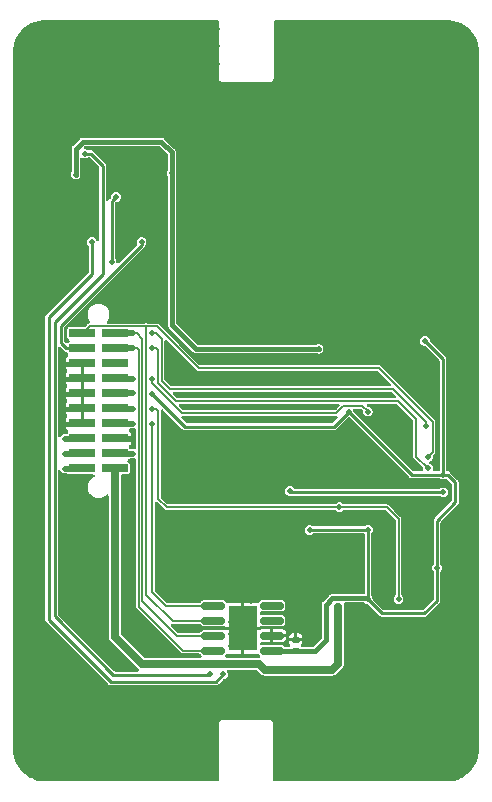
<source format=gbl>
%TF.GenerationSoftware,KiCad,Pcbnew,(6.0.1)*%
%TF.CreationDate,2022-04-26T10:15:20+02:00*%
%TF.ProjectId,XCOMMS_RF,58434f4d-4d53-45f5-9246-2e6b69636164,rev?*%
%TF.SameCoordinates,PX7ed6b40PY82a7440*%
%TF.FileFunction,Copper,L2,Bot*%
%TF.FilePolarity,Positive*%
%FSLAX46Y46*%
G04 Gerber Fmt 4.6, Leading zero omitted, Abs format (unit mm)*
G04 Created by KiCad (PCBNEW (6.0.1)) date 2022-04-26 10:15:20*
%MOMM*%
%LPD*%
G01*
G04 APERTURE LIST*
G04 Aperture macros list*
%AMRoundRect*
0 Rectangle with rounded corners*
0 $1 Rounding radius*
0 $2 $3 $4 $5 $6 $7 $8 $9 X,Y pos of 4 corners*
0 Add a 4 corners polygon primitive as box body*
4,1,4,$2,$3,$4,$5,$6,$7,$8,$9,$2,$3,0*
0 Add four circle primitives for the rounded corners*
1,1,$1+$1,$2,$3*
1,1,$1+$1,$4,$5*
1,1,$1+$1,$6,$7*
1,1,$1+$1,$8,$9*
0 Add four rect primitives between the rounded corners*
20,1,$1+$1,$2,$3,$4,$5,0*
20,1,$1+$1,$4,$5,$6,$7,0*
20,1,$1+$1,$6,$7,$8,$9,0*
20,1,$1+$1,$8,$9,$2,$3,0*%
G04 Aperture macros list end*
%TA.AperFunction,ComponentPad*%
%ADD10C,5.399999*%
%TD*%
%TA.AperFunction,SMDPad,CuDef*%
%ADD11R,2.220000X0.740000*%
%TD*%
%TA.AperFunction,SMDPad,CuDef*%
%ADD12RoundRect,0.140000X-0.170000X0.140000X-0.170000X-0.140000X0.170000X-0.140000X0.170000X0.140000X0*%
%TD*%
%TA.AperFunction,SMDPad,CuDef*%
%ADD13RoundRect,0.150000X-0.825000X-0.150000X0.825000X-0.150000X0.825000X0.150000X-0.825000X0.150000X0*%
%TD*%
%TA.AperFunction,SMDPad,CuDef*%
%ADD14R,2.410000X3.810000*%
%TD*%
%TA.AperFunction,ViaPad*%
%ADD15C,0.508000*%
%TD*%
%TA.AperFunction,Conductor*%
%ADD16C,0.381000*%
%TD*%
%TA.AperFunction,Conductor*%
%ADD17C,0.508000*%
%TD*%
%TA.AperFunction,Conductor*%
%ADD18C,0.254000*%
%TD*%
%TA.AperFunction,Conductor*%
%ADD19C,0.152400*%
%TD*%
%TA.AperFunction,Conductor*%
%ADD20C,0.700000*%
%TD*%
G04 APERTURE END LIST*
D10*
%TO.P,SCRW2,1,1*%
%TO.N,GND*%
X3000000Y62000000D03*
%TD*%
%TO.P,SCRW4,1,1*%
%TO.N,GND*%
X37000000Y62000000D03*
%TD*%
%TO.P,SCRW1,1,1*%
%TO.N,GND*%
X3000000Y3000000D03*
%TD*%
%TO.P,SCRW3,1,1*%
%TO.N,GND*%
X37000000Y3000000D03*
%TD*%
D11*
%TO.P,J3,01*%
%TO.N,/Vdd_PA*%
X8865000Y26785011D03*
%TO.P,J3,02*%
%TO.N,/Vg_PA3*%
X6135000Y26785011D03*
%TO.P,J3,03*%
%TO.N,/Vdd_AMP*%
X8865000Y28055011D03*
%TO.P,J3,04*%
%TO.N,/Vg_PA2*%
X6135000Y28055011D03*
%TO.P,J3,05*%
%TO.N,GND*%
X8865000Y29325011D03*
%TO.P,J3,06*%
%TO.N,/Vg_PA1*%
X6135000Y29325011D03*
%TO.P,J3,07*%
%TO.N,/T_CSB*%
X8865000Y30595011D03*
%TO.P,J3,08*%
%TO.N,GND*%
X6135000Y30595011D03*
%TO.P,J3,09*%
%TO.N,/PLL_CE*%
X8865000Y31865011D03*
%TO.P,J3,10*%
%TO.N,GND*%
X6135000Y31865011D03*
%TO.P,J3,11*%
%TO.N,+3V3*%
X8865000Y33135011D03*
%TO.P,J3,12*%
%TO.N,GND*%
X6135000Y33135011D03*
%TO.P,J3,13*%
%TO.N,/PLL_CSB*%
X8865000Y34405011D03*
%TO.P,J3,14*%
%TO.N,GND*%
X6135000Y34405011D03*
%TO.P,J3,15*%
%TO.N,unconnected-(J3-Pad15)*%
X8865000Y35675011D03*
%TO.P,J3,16*%
%TO.N,GND*%
X6135000Y35675011D03*
%TO.P,J3,17*%
%TO.N,/SCK*%
X8865000Y36945011D03*
%TO.P,J3,18*%
%TO.N,/Tx_PM*%
X6135000Y36945011D03*
%TO.P,J3,19*%
%TO.N,/SDO*%
X8865000Y38215011D03*
%TO.P,J3,20*%
%TO.N,/SDI*%
X6135000Y38215011D03*
%TD*%
D12*
%TO.P,C50,1*%
%TO.N,GND*%
X24200000Y12280000D03*
%TO.P,C50,2*%
%TO.N,+3V3*%
X24200000Y11320000D03*
%TD*%
D13*
%TO.P,U7,1,SCLK*%
%TO.N,/SCK*%
X17225001Y11344999D03*
%TO.P,U7,2,DOUT*%
%TO.N,/SDO*%
X17225001Y12614999D03*
%TO.P,U7,3,DIN*%
%TO.N,/SDI*%
X17225001Y13884999D03*
%TO.P,U7,4,CS*%
%TO.N,/T_CSB*%
X17225001Y15154999D03*
%TO.P,U7,5,INT*%
%TO.N,unconnected-(U7-Pad5)*%
X22175001Y15154999D03*
%TO.P,U7,6,CT*%
%TO.N,unconnected-(U7-Pad6)*%
X22175001Y13884999D03*
%TO.P,U7,7,GND*%
%TO.N,GND*%
X22175001Y12614999D03*
%TO.P,U7,8,VDD*%
%TO.N,+3V3*%
X22175001Y11344999D03*
D14*
%TO.P,U7,9,EP*%
%TO.N,GND*%
X19700001Y13249999D03*
%TD*%
D15*
%TO.N,GND*%
X36500000Y45500000D03*
X20416000Y31971000D03*
X21200000Y56500000D03*
X4668000Y31844000D03*
X25000000Y42700000D03*
X20400000Y27500000D03*
X20400000Y37600000D03*
X22500000Y59500000D03*
X29250000Y26500000D03*
X25500000Y17750000D03*
X30250000Y26000000D03*
X33097995Y42426999D03*
X39000000Y8500000D03*
X33100000Y41200000D03*
X17250000Y18000000D03*
X15750000Y38750000D03*
X9250000Y4500000D03*
X23500000Y49500000D03*
X22250000Y19000000D03*
X20400000Y17550000D03*
X7500000Y17250000D03*
X20000000Y47100000D03*
X32047995Y41877000D03*
X22000000Y57000000D03*
X4750000Y15500000D03*
X17500000Y64000000D03*
X18700000Y12765101D03*
X1000000Y56500000D03*
X39000000Y10500000D03*
X37250000Y38000000D03*
X13000000Y21000000D03*
X29500000Y53250000D03*
X27500000Y49750000D03*
X28250000Y7250000D03*
X19800000Y42200000D03*
X27250000Y54750000D03*
X31338000Y31590000D03*
X31500000Y26500000D03*
X29750000Y12500000D03*
X19692352Y12765101D03*
X16750000Y16000000D03*
X35500000Y43750000D03*
X1000000Y48500000D03*
X34000000Y64000000D03*
X10002000Y14318000D03*
X18384000Y32987000D03*
X7250000Y21500000D03*
X32989000Y31463000D03*
X33250000Y4000000D03*
X37000000Y15500000D03*
X33097995Y43526999D03*
X32000000Y57000000D03*
X17000000Y2000000D03*
X30900000Y40000000D03*
X16750000Y39500000D03*
X14500000Y33000000D03*
X1000000Y10500000D03*
X17000000Y3000000D03*
X29847995Y46224000D03*
X7000000Y23250000D03*
X21750000Y20750000D03*
X32750000Y28500000D03*
X26500000Y42250000D03*
X35500000Y25500000D03*
X12250000Y50500000D03*
X4250000Y51500000D03*
X21200000Y57500000D03*
X30900000Y37900000D03*
X21000000Y5850000D03*
X10000000Y1000000D03*
X20650000Y11750000D03*
X17500000Y59500000D03*
X33500000Y37750000D03*
X21200000Y45500000D03*
X25750000Y5500000D03*
X3500000Y41250000D03*
X18300000Y39600000D03*
X18400000Y28600000D03*
X22700000Y61000000D03*
X18400000Y18800000D03*
X18800000Y53500000D03*
X20400000Y28600000D03*
X26250000Y39250000D03*
X15250000Y21000000D03*
X30947995Y42426999D03*
X18800000Y55500000D03*
X11750000Y47750000D03*
X33500000Y51500000D03*
X39000000Y50500000D03*
X14750000Y48000000D03*
X18800000Y47500000D03*
X28250000Y59000000D03*
X3750000Y57500000D03*
X28747995Y46224000D03*
X5000000Y10250000D03*
X24500000Y3000000D03*
X29250000Y39750000D03*
X19700000Y11750000D03*
X3000000Y49000000D03*
X17500000Y61000000D03*
X22750000Y38000000D03*
X24000000Y64000000D03*
X10000000Y64000000D03*
X23000000Y5000000D03*
X21000000Y8900000D03*
X20400000Y20800000D03*
X1000000Y20500000D03*
X10500000Y2500000D03*
X39000000Y14500000D03*
X24500000Y46250000D03*
X16000000Y1000000D03*
X18400000Y34200000D03*
X21200000Y49500000D03*
X4500000Y46000000D03*
X18384000Y31971000D03*
X39000000Y22500000D03*
X1000000Y8500000D03*
X8000000Y1000000D03*
X10250000Y59250000D03*
X1000000Y26500000D03*
X31250000Y5250000D03*
X22000000Y39250000D03*
X1000000Y28500000D03*
X28000000Y64000000D03*
X20400000Y29700000D03*
X37500000Y27250000D03*
X23500000Y55750000D03*
X16750000Y19750000D03*
X23000000Y1000000D03*
X12000000Y1000000D03*
X15250000Y42000000D03*
X21000000Y6850000D03*
X17000000Y47000000D03*
X20400000Y19800000D03*
X1000000Y6500000D03*
X21200000Y42400000D03*
X1000000Y34500000D03*
X39000000Y48500000D03*
X36250000Y52000000D03*
X23250000Y21500000D03*
X39000000Y20500000D03*
X23000000Y2000000D03*
X21000000Y7850000D03*
X30000000Y1000000D03*
X30750000Y51250000D03*
X27647996Y46224000D03*
X7750000Y20000000D03*
X10000000Y42000000D03*
X33100000Y40000000D03*
X2750000Y43500000D03*
X20993073Y40300000D03*
X26250000Y47750000D03*
X3500000Y54750000D03*
X14000000Y64000000D03*
X1000000Y44500000D03*
X32000000Y7000000D03*
X30000000Y27000000D03*
X19700000Y13750000D03*
X1000000Y54500000D03*
X18400000Y19800000D03*
X17000000Y57000000D03*
X12250000Y4750000D03*
X15500000Y17250000D03*
X34000000Y1000000D03*
X24250000Y47750000D03*
X39000000Y12500000D03*
X22618300Y64000000D03*
X14500000Y3500000D03*
X22750000Y53000000D03*
X1000000Y52500000D03*
X19000000Y5850000D03*
X14000000Y1000000D03*
X16250000Y28500000D03*
X11750000Y6250000D03*
X18400000Y27500000D03*
X20400000Y26200000D03*
X26947995Y45174000D03*
X18800000Y56500000D03*
X32500000Y60750000D03*
X18384000Y30955000D03*
X18400000Y17550000D03*
X7500000Y7750000D03*
X4668000Y33114000D03*
X33250000Y59000000D03*
X18800000Y54500000D03*
X18300000Y37600000D03*
X34500000Y7750000D03*
X17500000Y62500000D03*
X39000000Y38500000D03*
X23000000Y40299732D03*
X18800000Y58500000D03*
X1000000Y12500000D03*
X17000000Y5000000D03*
X4668000Y35654000D03*
X8250000Y41250000D03*
X21200000Y58500000D03*
X19400000Y19000000D03*
X28750000Y41250000D03*
X6500000Y59000000D03*
X29000000Y62000000D03*
X20500000Y36100000D03*
X24000000Y40299732D03*
X22250000Y8500000D03*
X28500000Y3000000D03*
X22618300Y62500000D03*
X39000000Y16500000D03*
X39000000Y44500000D03*
X18800000Y57500000D03*
X34250000Y10250000D03*
X34500000Y22500000D03*
X27647996Y44074000D03*
X24500000Y55000000D03*
X28500000Y42500000D03*
X16750000Y25750000D03*
X27000000Y4250000D03*
X22000000Y27000000D03*
X30750000Y58750000D03*
X15750000Y49750000D03*
X34500000Y20500000D03*
X31750000Y25500000D03*
X33250000Y36250000D03*
X23750000Y7250000D03*
X37500000Y29000000D03*
X22000000Y7000000D03*
X15250000Y6500000D03*
X24750000Y52500000D03*
X39000000Y54500000D03*
X20500000Y43000000D03*
X5500000Y6000000D03*
X39000000Y26500000D03*
X6000000Y1000000D03*
X39000000Y34500000D03*
X22000000Y47000000D03*
X21200000Y55500000D03*
X1000000Y14500000D03*
X1000000Y38500000D03*
X13250000Y30000000D03*
X18400000Y20800000D03*
X26000000Y64000000D03*
X19000000Y6850000D03*
X20400000Y39600000D03*
X1000000Y16500000D03*
X22000000Y40299732D03*
X32000000Y64000000D03*
X18400000Y26200000D03*
X26250000Y59500000D03*
X39000000Y30500000D03*
X28000000Y29250000D03*
X1000000Y40500000D03*
X19000000Y7850000D03*
X4668000Y30574000D03*
X32000000Y47000000D03*
X22500000Y34250000D03*
X22500000Y36000000D03*
X24800000Y40600000D03*
X30900000Y38800000D03*
X15250000Y45750000D03*
X18300000Y40600000D03*
X17000000Y4000000D03*
X24000000Y45000000D03*
X2500000Y16500000D03*
X21200000Y47500000D03*
X17250000Y43250000D03*
X32500000Y45324000D03*
X31250000Y13750000D03*
X22100000Y42900000D03*
X25000000Y45000000D03*
X21200000Y48500000D03*
X20400000Y18800000D03*
X18400000Y21800000D03*
X30250000Y49000000D03*
X1000000Y22500000D03*
X3750000Y8000000D03*
X20416000Y30955000D03*
X24000000Y1000000D03*
X10750000Y7500000D03*
X39000000Y52500000D03*
X15000000Y35000000D03*
X39000000Y56500000D03*
X11000000Y12000000D03*
X23000000Y3000000D03*
X36750000Y7000000D03*
X7000000Y47000000D03*
X35750000Y55000000D03*
X18800000Y49500000D03*
X1000000Y18500000D03*
X26750000Y18000000D03*
X36500000Y40500000D03*
X28000000Y1000000D03*
X12250000Y40500000D03*
X7000000Y57000000D03*
X29000000Y56750000D03*
X33097995Y44624000D03*
X16750000Y22250000D03*
X25250000Y34500000D03*
X24500000Y19000000D03*
X30750000Y61500000D03*
X28747995Y44074000D03*
X39000000Y40500000D03*
X20400000Y24250000D03*
X14750000Y40000000D03*
X17750000Y5750000D03*
X25500000Y50750000D03*
X33750000Y45250000D03*
X36000000Y12750000D03*
X15500000Y55250000D03*
X18400000Y29700000D03*
X39000000Y24500000D03*
X23000000Y42400000D03*
X8000000Y11750000D03*
X20400000Y25250000D03*
X26766000Y29304000D03*
X23000000Y4000000D03*
X26000000Y1000000D03*
X18000000Y8000000D03*
X1000000Y50500000D03*
X31750000Y10750000D03*
X1000000Y30500000D03*
X1000000Y36500000D03*
X18800000Y46500000D03*
X20400000Y15550000D03*
X30750000Y27750000D03*
X13000000Y17250000D03*
X29847995Y44074000D03*
X31800000Y45924000D03*
X35000000Y58750000D03*
X30750000Y2500000D03*
X34500000Y41750000D03*
X15250000Y22750000D03*
X30000000Y34250000D03*
X12000000Y64000000D03*
X22000000Y17000000D03*
X18800000Y48500000D03*
X28000000Y39500000D03*
X29750000Y9500000D03*
X22250000Y5750000D03*
X25750000Y44000000D03*
X10002000Y16223000D03*
X39000000Y32500000D03*
X1000000Y24500000D03*
X10002000Y19525000D03*
X18400000Y16550000D03*
X13500000Y22500000D03*
X29250000Y25500000D03*
X16000000Y64000000D03*
X20400000Y34200000D03*
X17000000Y1000000D03*
X30947995Y43526999D03*
X12000000Y43250000D03*
X1000000Y58500000D03*
X25250000Y37750000D03*
X39000000Y28500000D03*
X14250000Y28500000D03*
X1000000Y42500000D03*
X27500000Y52500000D03*
X17250000Y41750000D03*
X7250000Y2750000D03*
X21200000Y52500000D03*
X20400000Y38600000D03*
X20650000Y12750000D03*
X22000000Y45000000D03*
X30947995Y46224000D03*
X9500000Y40000000D03*
X18800000Y50500000D03*
X26750000Y56500000D03*
X21200000Y51500000D03*
X1000000Y32500000D03*
X25200000Y41400000D03*
X36250000Y47500000D03*
X2500000Y53500000D03*
X39000000Y46500000D03*
X10002000Y23970000D03*
X18800000Y45500000D03*
X27250000Y41000000D03*
X20400000Y16550000D03*
X9250000Y62250000D03*
X34750000Y47000000D03*
X24500000Y58000000D03*
X29750000Y36000000D03*
X36000000Y49750000D03*
X39000000Y58500000D03*
X19376005Y27800000D03*
X18400000Y22800000D03*
X18300000Y38600000D03*
X19400000Y34200000D03*
X32500000Y26500000D03*
X23500000Y17000000D03*
X29324994Y28074994D03*
X37500000Y17750000D03*
X2750000Y10500000D03*
X8000000Y64000000D03*
X20416000Y32987000D03*
X32000000Y1000000D03*
X18701752Y11774501D03*
X29250000Y5500000D03*
X30000000Y64000000D03*
X18300000Y36100000D03*
X19600000Y43600000D03*
X20400000Y21800000D03*
X13750000Y36250000D03*
X22750000Y29000000D03*
X39000000Y36500000D03*
X22250000Y24500000D03*
X27750000Y61500000D03*
X19000000Y8900000D03*
X10002000Y21684000D03*
X32250000Y54750000D03*
X37250000Y10000000D03*
X30900000Y41200000D03*
X23000000Y45000000D03*
X10383000Y29304000D03*
X14000000Y35000000D03*
X29250000Y38500000D03*
X3000000Y12750000D03*
X24500000Y62250000D03*
X33250000Y12500000D03*
X15000000Y27250000D03*
X21200000Y46500000D03*
X28000000Y47750000D03*
X21200000Y54500000D03*
X21200000Y53500000D03*
X28000000Y34500000D03*
X20682952Y13755701D03*
X17000000Y7000000D03*
X24500000Y36250000D03*
X13750000Y19500000D03*
X4668000Y34384000D03*
X39000000Y18500000D03*
X20400000Y22800000D03*
X24000000Y42700000D03*
X6000000Y64000000D03*
X13500000Y61000000D03*
X39000000Y6500000D03*
X18701752Y13755701D03*
X13000000Y56750000D03*
X21200000Y50500000D03*
X6250000Y13250000D03*
X32250000Y48750000D03*
X39000000Y42500000D03*
X18900000Y41600000D03*
X31250000Y34250000D03*
X14000000Y26250000D03*
X1000000Y46500000D03*
X19000000Y44500000D03*
X17000000Y27000000D03*
%TO.N,+3V3*%
X30300000Y15715000D03*
X25369000Y21557000D03*
X12034000Y33114000D03*
X36164000Y18382000D03*
X36672000Y26256000D03*
X30322000Y21600000D03*
X35148000Y37559000D03*
X28671000Y31590000D03*
X10383000Y33139400D03*
%TO.N,/Vdd_AMP*%
X26131000Y36900000D03*
X8986000Y28034000D03*
X5557000Y51656000D03*
X10383000Y28034000D03*
X13685000Y51783000D03*
%TO.N,/Vg_PA1*%
X4668000Y29304000D03*
%TO.N,/Vg_PA2*%
X4668000Y28034000D03*
%TO.N,/Vg_PA3*%
X4668000Y26764000D03*
%TO.N,/LocalOscillator/VTune*%
X36672000Y24762000D03*
X23718000Y24859000D03*
%TO.N,/SDI*%
X35402012Y27761692D03*
%TO.N,/SDO*%
X12034000Y38219400D03*
X35200000Y30400000D03*
X10383000Y38219400D03*
%TO.N,/SCK*%
X12034000Y36949400D03*
X35402000Y26782900D03*
X10383000Y36949400D03*
%TO.N,/PLL_CSB*%
X30299990Y31590000D03*
X12034000Y34384000D03*
X10383000Y34384000D03*
%TO.N,/T_CSB*%
X10383000Y30574000D03*
X12034000Y30574000D03*
%TO.N,/Tx_PM*%
X11145000Y45941000D03*
%TO.N,/Vdd_PA*%
X27782000Y15080000D03*
X27782000Y11905000D03*
X27782000Y10254000D03*
X11780000Y10254000D03*
%TO.N,/Vref*%
X6319000Y53434000D03*
X16900000Y9334900D03*
%TO.N,/Vdet*%
X6954000Y45941000D03*
X18050000Y9334900D03*
%TO.N,/PLL_CE*%
X32900000Y15715000D03*
X27900000Y23500000D03*
X12034000Y31844000D03*
X10383000Y31844000D03*
%TO.N,/AD8031_IN-*%
X8986000Y49761919D03*
X8605000Y44290000D03*
%TD*%
D16*
%TO.N,GND*%
X6113989Y30574000D02*
X6135000Y30595011D01*
X4668000Y33114000D02*
X6113989Y33114000D01*
X4668000Y30574000D02*
X6113989Y30574000D01*
X4668000Y34384000D02*
X6113989Y34384000D01*
X6113989Y33114000D02*
X6135000Y33135011D01*
X6113989Y31844000D02*
X6135000Y31865011D01*
X4668000Y35654000D02*
X6113989Y35654000D01*
X4668000Y31844000D02*
X6113989Y31844000D01*
D17*
X6130000Y30600000D02*
X6135000Y30595000D01*
D16*
X6113989Y35654000D02*
X6135000Y35675011D01*
D17*
X8886000Y29304000D02*
X8865000Y29325000D01*
X10383000Y29304000D02*
X8886000Y29304000D01*
D16*
X6113989Y34384000D02*
X6135000Y34405011D01*
D18*
%TO.N,+3V3*%
X36164000Y22364000D02*
X37700000Y23900000D01*
D16*
X24200000Y11320000D02*
X25820000Y11320000D01*
X26750000Y12250000D02*
X26750000Y15250000D01*
X27272420Y15772420D02*
X30242580Y15772420D01*
X30242580Y15772420D02*
X30300000Y15715000D01*
D18*
X35628751Y26256000D02*
X35622740Y26249989D01*
D16*
X26750000Y15250000D02*
X27272420Y15772420D01*
D17*
X8869400Y33139400D02*
X8865000Y33135000D01*
D18*
X27401000Y30320000D02*
X14828000Y30320000D01*
X30322000Y21600000D02*
X25412000Y21600000D01*
X37053000Y26256000D02*
X36672000Y26256000D01*
X34011011Y26249989D02*
X28671000Y31590000D01*
X36164000Y18382000D02*
X36164000Y15588000D01*
X30300000Y21578000D02*
X30300000Y15715000D01*
X31515000Y14500000D02*
X30300000Y15715000D01*
D17*
X10383000Y33139400D02*
X8869400Y33139400D01*
D16*
X22175000Y11345000D02*
X24175000Y11345000D01*
D18*
X37700000Y23900000D02*
X37700000Y25609000D01*
X30322000Y21600000D02*
X30300000Y21578000D01*
X36672000Y36035000D02*
X35148000Y37559000D01*
X35076000Y14500000D02*
X31515000Y14500000D01*
X35622740Y26249989D02*
X34011011Y26249989D01*
X37700000Y25609000D02*
X37053000Y26256000D01*
X36164000Y18382000D02*
X36164000Y22364000D01*
X14828000Y30320000D02*
X12034000Y33114000D01*
D16*
X25820000Y11320000D02*
X26750000Y12250000D01*
D18*
X36672000Y26256000D02*
X36672000Y36035000D01*
D16*
X24175000Y11345000D02*
X24200000Y11320000D01*
D18*
X36164000Y15588000D02*
X35076000Y14500000D01*
X36672000Y26256000D02*
X35628751Y26256000D01*
X25412000Y21600000D02*
X25369000Y21557000D01*
X28671000Y31590000D02*
X27401000Y30320000D01*
D16*
%TO.N,/Vdd_AMP*%
X15741000Y36900000D02*
X26131000Y36900000D01*
D17*
X8886000Y28034000D02*
X8865000Y28055000D01*
D16*
X13685000Y53561000D02*
X12796000Y54450000D01*
X5557000Y53815000D02*
X5557000Y51656000D01*
X13685000Y51783000D02*
X13685000Y53561000D01*
D17*
X10383000Y28034000D02*
X8886000Y28034000D01*
D16*
X13685000Y51783000D02*
X13685000Y38956000D01*
X13685000Y38956000D02*
X15741000Y36900000D01*
X6192000Y54450000D02*
X5557000Y53815000D01*
X12796000Y54450000D02*
X6192000Y54450000D01*
D17*
%TO.N,/Vg_PA1*%
X6114000Y29304000D02*
X6135000Y29325000D01*
X6113989Y29304000D02*
X6135000Y29325011D01*
X4668000Y29304000D02*
X6113989Y29304000D01*
%TO.N,/Vg_PA2*%
X6113989Y28034000D02*
X6135000Y28055011D01*
X4668000Y28034000D02*
X6113989Y28034000D01*
X6114000Y28034000D02*
X6135000Y28055000D01*
%TO.N,/Vg_PA3*%
X6113989Y26764000D02*
X6135000Y26785011D01*
X4668000Y26764000D02*
X6113989Y26764000D01*
X6120000Y26800000D02*
X6135000Y26785000D01*
D18*
%TO.N,/LocalOscillator/VTune*%
X23815000Y24762000D02*
X36672000Y24762000D01*
X23718000Y24859000D02*
X23815000Y24762000D01*
D19*
%TO.N,/SDI*%
X16940000Y13850000D02*
X13772000Y13850000D01*
X13772000Y13850000D02*
X11526000Y16096000D01*
X35402000Y27761682D02*
X35783000Y28142682D01*
X35783000Y28142682D02*
X35783000Y30701000D01*
X11526000Y16096000D02*
X11526000Y38829000D01*
X6135000Y38215011D02*
X6135000Y38215000D01*
X31211000Y35273000D02*
X15971000Y35273000D01*
X15971000Y35273000D02*
X12427910Y38816090D01*
X12427910Y38816090D02*
X6736079Y38816090D01*
X35783000Y30701000D02*
X31211000Y35273000D01*
X6736079Y38816090D02*
X6135000Y38215011D01*
%TO.N,/SDO*%
X10383000Y38219400D02*
X10738600Y38219400D01*
X12389600Y38219400D02*
X12846320Y37762680D01*
X12846320Y37762680D02*
X12846320Y34206680D01*
X14133000Y12600000D02*
X16960000Y12600000D01*
D17*
X10383000Y38219400D02*
X10378611Y38215011D01*
D19*
X11195320Y37762680D02*
X11195320Y15537680D01*
X12846320Y34206680D02*
X13558000Y33495000D01*
X13558000Y33495000D02*
X32417500Y33495000D01*
X32417500Y33495000D02*
X35200000Y30712500D01*
D18*
X8880000Y38200000D02*
X8865000Y38215000D01*
D19*
X12034000Y38219400D02*
X12389600Y38219400D01*
X35200000Y30712500D02*
X35200000Y30400000D01*
D17*
X10378611Y38215011D02*
X8864999Y38215011D01*
D19*
X11195320Y15537680D02*
X14133000Y12600000D01*
X10738600Y38219400D02*
X11195320Y37762680D01*
%TO.N,/SCK*%
X10891000Y36797000D02*
X10891000Y15080000D01*
X14066000Y32479000D02*
X32862000Y32479000D01*
X12034000Y36949400D02*
X12389600Y36949400D01*
X12542000Y34003000D02*
X14066000Y32479000D01*
X34386000Y30955000D02*
X34386000Y27780000D01*
X10891000Y15080000D02*
X14621000Y11350000D01*
X8869400Y36949400D02*
X8865000Y36945000D01*
X10383000Y36949400D02*
X10738600Y36949400D01*
X35383100Y26782900D02*
X35402000Y26782900D01*
X34386000Y27780000D02*
X35383100Y26782900D01*
X32862000Y32479000D02*
X34386000Y30955000D01*
X12542000Y36797000D02*
X12542000Y34003000D01*
D17*
X10383000Y36949400D02*
X10382995Y36949405D01*
D19*
X10738600Y36949400D02*
X10891000Y36797000D01*
X14621000Y11350000D02*
X16980000Y11350000D01*
X12389600Y36949400D02*
X12542000Y36797000D01*
D17*
X10382995Y36949405D02*
X8869401Y36949405D01*
D19*
%TO.N,/PLL_CSB*%
X29827889Y32072111D02*
X30300000Y31600000D01*
D17*
X10383000Y34384000D02*
X8886000Y34384000D01*
D19*
X27631595Y31463000D02*
X28240706Y32072111D01*
X28240706Y32072111D02*
X29827889Y32072111D01*
D17*
X8886000Y34384000D02*
X8865000Y34405000D01*
D19*
X14574000Y31463000D02*
X27631595Y31463000D01*
X12034000Y34003000D02*
X14574000Y31463000D01*
X12034000Y34384000D02*
X12034000Y34003000D01*
%TO.N,/T_CSB*%
X12034000Y16350000D02*
X13229001Y15154999D01*
D17*
X10383000Y30574000D02*
X8886000Y30574000D01*
X8886000Y30574000D02*
X8865000Y30595000D01*
D19*
X12034000Y30574000D02*
X12034000Y16350000D01*
X13229001Y15154999D02*
X16975000Y15154999D01*
D18*
%TO.N,/Tx_PM*%
X4773989Y36945011D02*
X6135000Y36945011D01*
X4287000Y38829000D02*
X4287000Y37432000D01*
X4287000Y37432000D02*
X4773989Y36945011D01*
X11145000Y45687000D02*
X4287000Y38829000D01*
X11145000Y45941000D02*
X11145000Y45687000D01*
D20*
%TO.N,/Vdd_PA*%
X21046000Y10254000D02*
X11164100Y10254000D01*
X11145000Y10254000D02*
X8865000Y12534000D01*
X27274000Y9746000D02*
X21554000Y9746000D01*
X27782000Y10254000D02*
X27782000Y15080000D01*
X21554000Y9746000D02*
X21046000Y10254000D01*
X8865000Y12534000D02*
X8865000Y26785000D01*
X27782000Y10254000D02*
X27274000Y9746000D01*
D18*
%TO.N,/Vref*%
X3779000Y14275499D02*
X8754499Y9300000D01*
X3779000Y39210000D02*
X3779000Y14275499D01*
X8754499Y9300000D02*
X16865100Y9300000D01*
X7843000Y43274000D02*
X3779000Y39210000D01*
X7843000Y52418000D02*
X7843000Y43274000D01*
X6319000Y53434000D02*
X6827000Y53434000D01*
X16865100Y9300000D02*
X16900000Y9334900D01*
X6827000Y53434000D02*
X7843000Y52418000D01*
%TO.N,/Vdet*%
X6954000Y43274000D02*
X3271000Y39591000D01*
X17445100Y8730000D02*
X18050000Y9334900D01*
X3271000Y39591000D02*
X3271000Y13978998D01*
X6954000Y45941000D02*
X6954000Y43274000D01*
X3271000Y13978998D02*
X8519998Y8730000D01*
X8519998Y8730000D02*
X17445100Y8730000D01*
D19*
%TO.N,/PLL_CE*%
X32900000Y15715000D02*
X32900000Y22500000D01*
X31900000Y23500000D02*
X27900000Y23500000D01*
X12351500Y31844000D02*
X12542000Y31653500D01*
X32900000Y22500000D02*
X31900000Y23500000D01*
X13266000Y23500000D02*
X27900000Y23500000D01*
X12542000Y24224000D02*
X13266000Y23500000D01*
D17*
X10383000Y31844000D02*
X8886000Y31844000D01*
D19*
X12034000Y31844000D02*
X12351500Y31844000D01*
X12542000Y31653500D02*
X12542000Y24224000D01*
D17*
X8886000Y31844000D02*
X8865000Y31865000D01*
D18*
%TO.N,/AD8031_IN-*%
X8986000Y49761919D02*
X8605000Y49380919D01*
X8605000Y49380919D02*
X8605000Y44290000D01*
%TD*%
%TA.AperFunction,Conductor*%
%TO.N,GND*%
G36*
X17638921Y64701798D02*
G01*
X17685414Y64648142D01*
X17696800Y64595800D01*
X17696800Y59839809D01*
X17694379Y59815228D01*
X17691350Y59800000D01*
X17696800Y59772602D01*
X17712942Y59691452D01*
X17774429Y59599429D01*
X17866452Y59537942D01*
X17878623Y59535521D01*
X17959773Y59519379D01*
X17975000Y59516350D01*
X17990228Y59519379D01*
X18014809Y59521800D01*
X22010191Y59521800D01*
X22034772Y59519379D01*
X22050000Y59516350D01*
X22077398Y59521800D01*
X22158548Y59537942D01*
X22250571Y59599429D01*
X22312058Y59691452D01*
X22333650Y59800000D01*
X22330621Y59815228D01*
X22328200Y59839809D01*
X22328200Y64595800D01*
X22348202Y64663921D01*
X22401858Y64710414D01*
X22454200Y64721800D01*
X36960191Y64721800D01*
X36984772Y64719379D01*
X37000000Y64716350D01*
X37012171Y64718771D01*
X37024053Y64718771D01*
X37037329Y64719703D01*
X37231459Y64708802D01*
X37297682Y64705083D01*
X37311716Y64703502D01*
X37460564Y64678211D01*
X37598687Y64654743D01*
X37612454Y64651601D01*
X37892162Y64571018D01*
X37905485Y64566355D01*
X38174413Y64454963D01*
X38187138Y64448834D01*
X38441888Y64308039D01*
X38453845Y64300527D01*
X38691253Y64132077D01*
X38702285Y64123279D01*
X38919099Y63929522D01*
X38919327Y63929318D01*
X38929317Y63919328D01*
X39123279Y63702285D01*
X39132077Y63691253D01*
X39300527Y63453845D01*
X39308039Y63441888D01*
X39448834Y63187138D01*
X39454965Y63174408D01*
X39566355Y62905486D01*
X39571018Y62892162D01*
X39651601Y62612454D01*
X39654743Y62598687D01*
X39703501Y62311721D01*
X39705083Y62297679D01*
X39719703Y62037329D01*
X39718771Y62024053D01*
X39718771Y62012171D01*
X39716350Y62000000D01*
X39718771Y61987830D01*
X39719379Y61984774D01*
X39721800Y61960191D01*
X39721800Y3039809D01*
X39719379Y3015228D01*
X39716350Y3000000D01*
X39718771Y2987829D01*
X39718771Y2975947D01*
X39719703Y2962671D01*
X39705083Y2702321D01*
X39703501Y2688279D01*
X39654743Y2401313D01*
X39651601Y2387546D01*
X39571018Y2107838D01*
X39566355Y2094514D01*
X39454965Y1825592D01*
X39448834Y1812862D01*
X39308039Y1558112D01*
X39300527Y1546155D01*
X39132077Y1308747D01*
X39123279Y1297715D01*
X38929318Y1080673D01*
X38919328Y1070683D01*
X38702285Y876721D01*
X38691253Y867923D01*
X38453845Y699473D01*
X38441888Y691961D01*
X38187138Y551166D01*
X38174413Y545037D01*
X37905486Y433645D01*
X37892162Y428982D01*
X37612454Y348399D01*
X37598687Y345257D01*
X37460564Y321789D01*
X37311716Y296498D01*
X37297682Y294917D01*
X37231459Y291198D01*
X37037329Y280297D01*
X37024053Y281229D01*
X37012171Y281229D01*
X37000000Y283650D01*
X36984772Y280621D01*
X36960191Y278200D01*
X22429200Y278200D01*
X22361079Y298202D01*
X22314586Y351858D01*
X22303200Y404200D01*
X22303200Y5160191D01*
X22305621Y5184774D01*
X22306229Y5187830D01*
X22308650Y5200000D01*
X22287058Y5308548D01*
X22225571Y5400571D01*
X22133548Y5462058D01*
X22052398Y5478200D01*
X22025000Y5483650D01*
X22009772Y5480621D01*
X21985191Y5478200D01*
X17989809Y5478200D01*
X17965228Y5480621D01*
X17950000Y5483650D01*
X17922602Y5478200D01*
X17841452Y5462058D01*
X17749429Y5400571D01*
X17687942Y5308548D01*
X17666350Y5200000D01*
X17668771Y5187830D01*
X17669379Y5184774D01*
X17671800Y5160191D01*
X17671800Y404200D01*
X17651798Y336079D01*
X17598142Y289586D01*
X17545800Y278200D01*
X3039809Y278200D01*
X3015228Y280621D01*
X3000000Y283650D01*
X2987829Y281229D01*
X2975947Y281229D01*
X2962671Y280297D01*
X2768541Y291198D01*
X2702318Y294917D01*
X2688284Y296498D01*
X2539436Y321789D01*
X2401313Y345257D01*
X2387546Y348399D01*
X2107838Y428982D01*
X2094514Y433645D01*
X1825587Y545037D01*
X1812862Y551166D01*
X1558112Y691961D01*
X1546155Y699473D01*
X1308747Y867923D01*
X1297715Y876721D01*
X1080672Y1070683D01*
X1070682Y1080673D01*
X876721Y1297715D01*
X867923Y1308747D01*
X699473Y1546155D01*
X691961Y1558112D01*
X551166Y1812862D01*
X545035Y1825592D01*
X433645Y2094514D01*
X428982Y2107838D01*
X348399Y2387546D01*
X345257Y2401313D01*
X296499Y2688279D01*
X294917Y2702321D01*
X280297Y2962671D01*
X281229Y2975947D01*
X281229Y2987829D01*
X283650Y3000000D01*
X280621Y3015228D01*
X278200Y3039809D01*
X278200Y13978998D01*
X2985616Y13978998D01*
X2991100Y13951429D01*
X3007340Y13869786D01*
X3014232Y13859471D01*
X3014233Y13859469D01*
X3062310Y13787517D01*
X3069203Y13777201D01*
X3079519Y13770308D01*
X3079521Y13770306D01*
X3082260Y13768476D01*
X3101354Y13752806D01*
X8293806Y8560354D01*
X8309476Y8541260D01*
X8311306Y8538521D01*
X8311308Y8538519D01*
X8318201Y8528203D01*
X8328517Y8521310D01*
X8400469Y8473233D01*
X8400471Y8473232D01*
X8410786Y8466340D01*
X8422953Y8463920D01*
X8422955Y8463919D01*
X8492429Y8450100D01*
X8519998Y8444616D01*
X8535397Y8447679D01*
X8559978Y8450100D01*
X17405120Y8450100D01*
X17429701Y8447679D01*
X17445100Y8444616D01*
X17472669Y8450100D01*
X17542143Y8463919D01*
X17542145Y8463920D01*
X17554312Y8466340D01*
X17564627Y8473232D01*
X17564629Y8473233D01*
X17636581Y8521310D01*
X17646897Y8528203D01*
X17653790Y8538519D01*
X17653792Y8538521D01*
X17655620Y8541257D01*
X17671290Y8560352D01*
X18001882Y8890943D01*
X18071266Y8926296D01*
X18167514Y8941540D01*
X18167515Y8941540D01*
X18177306Y8943091D01*
X18292151Y9001608D01*
X18383292Y9092749D01*
X18441809Y9207594D01*
X18461972Y9334900D01*
X18441809Y9462206D01*
X18387956Y9567898D01*
X18374852Y9637673D01*
X18401552Y9703458D01*
X18459579Y9744365D01*
X18500223Y9751100D01*
X20785502Y9751100D01*
X20853623Y9731098D01*
X20874597Y9714195D01*
X21148582Y9440210D01*
X21156092Y9430811D01*
X21156476Y9431138D01*
X21162291Y9424305D01*
X21167084Y9416709D01*
X21173815Y9410764D01*
X21173818Y9410761D01*
X21206944Y9381506D01*
X21212632Y9376160D01*
X21223927Y9364865D01*
X21227512Y9362178D01*
X21227518Y9362173D01*
X21232166Y9358689D01*
X21240004Y9352308D01*
X21268328Y9327293D01*
X21268331Y9327291D01*
X21275057Y9321351D01*
X21283182Y9317536D01*
X21286127Y9315602D01*
X21299744Y9307420D01*
X21302831Y9305730D01*
X21310012Y9300348D01*
X21353804Y9283931D01*
X21363116Y9280007D01*
X21405454Y9260129D01*
X21414326Y9258748D01*
X21417727Y9257708D01*
X21433046Y9253690D01*
X21436496Y9252931D01*
X21444899Y9249781D01*
X21453846Y9249116D01*
X21453847Y9249116D01*
X21491532Y9246316D01*
X21501580Y9245162D01*
X21510008Y9243850D01*
X21510009Y9243850D01*
X21514825Y9243100D01*
X21530127Y9243100D01*
X21539464Y9242754D01*
X21546927Y9242199D01*
X21588557Y9239106D01*
X21597332Y9240979D01*
X21606204Y9241584D01*
X21620567Y9243100D01*
X27203554Y9243100D01*
X27215511Y9241765D01*
X27215551Y9242266D01*
X27224497Y9241546D01*
X27233253Y9239565D01*
X27286332Y9242858D01*
X27294133Y9243100D01*
X27310107Y9243100D01*
X27320304Y9244561D01*
X27330352Y9245590D01*
X27345910Y9246555D01*
X27368071Y9247929D01*
X27368073Y9247929D01*
X27377030Y9248485D01*
X27385470Y9251532D01*
X27388917Y9252246D01*
X27404305Y9256082D01*
X27407713Y9257079D01*
X27416599Y9258351D01*
X27424773Y9262067D01*
X27424775Y9262068D01*
X27459166Y9277704D01*
X27468531Y9281517D01*
X27483115Y9286782D01*
X27512525Y9297399D01*
X27519776Y9302696D01*
X27522871Y9304342D01*
X27536588Y9312357D01*
X27539559Y9314257D01*
X27547734Y9317974D01*
X27583166Y9348504D01*
X27591085Y9354792D01*
X27597968Y9359820D01*
X27597971Y9359822D01*
X27601903Y9362695D01*
X27612718Y9373510D01*
X27619565Y9379868D01*
X27650064Y9406148D01*
X27656864Y9412007D01*
X27661748Y9419542D01*
X27667596Y9426246D01*
X27676675Y9437467D01*
X28087790Y9848582D01*
X28097189Y9856092D01*
X28096862Y9856476D01*
X28103695Y9862291D01*
X28111291Y9867084D01*
X28117236Y9873815D01*
X28117239Y9873818D01*
X28146494Y9906944D01*
X28151840Y9912632D01*
X28163135Y9923927D01*
X28165822Y9927512D01*
X28165827Y9927518D01*
X28169311Y9932166D01*
X28175692Y9940004D01*
X28200707Y9968328D01*
X28200709Y9968331D01*
X28206649Y9975057D01*
X28210464Y9983182D01*
X28212398Y9986127D01*
X28220580Y9999744D01*
X28222270Y10002831D01*
X28227652Y10010012D01*
X28244069Y10053804D01*
X28247995Y10063121D01*
X28264054Y10097325D01*
X28267871Y10105454D01*
X28269252Y10114326D01*
X28270292Y10117727D01*
X28274310Y10133046D01*
X28275069Y10136496D01*
X28278219Y10144899D01*
X28281684Y10191532D01*
X28282838Y10201580D01*
X28284150Y10210008D01*
X28284150Y10210009D01*
X28284900Y10214825D01*
X28284900Y10230127D01*
X28285246Y10239464D01*
X28288229Y10279609D01*
X28288894Y10288557D01*
X28287021Y10297332D01*
X28286416Y10306204D01*
X28284900Y10320567D01*
X28284900Y15116107D01*
X28269649Y15222599D01*
X28256795Y15250871D01*
X28246810Y15321162D01*
X28276412Y15385693D01*
X28336202Y15423976D01*
X28371497Y15429020D01*
X29958347Y15429020D01*
X30026468Y15409018D01*
X30047442Y15392115D01*
X30057849Y15381708D01*
X30172694Y15323191D01*
X30182487Y15321640D01*
X30278735Y15306396D01*
X30342889Y15275984D01*
X30348120Y15271042D01*
X31288808Y14330354D01*
X31304478Y14311260D01*
X31306308Y14308521D01*
X31306310Y14308519D01*
X31313203Y14298203D01*
X31323519Y14291310D01*
X31395471Y14243233D01*
X31395473Y14243232D01*
X31405788Y14236340D01*
X31417955Y14233920D01*
X31417957Y14233919D01*
X31502829Y14217037D01*
X31515000Y14214616D01*
X31530399Y14217679D01*
X31554980Y14220100D01*
X35036020Y14220100D01*
X35060601Y14217679D01*
X35076000Y14214616D01*
X35103569Y14220100D01*
X35173043Y14233919D01*
X35173045Y14233920D01*
X35185212Y14236340D01*
X35195527Y14243232D01*
X35195529Y14243233D01*
X35267481Y14291310D01*
X35277797Y14298203D01*
X35284690Y14308519D01*
X35284692Y14308521D01*
X35286522Y14311260D01*
X35302192Y14330354D01*
X36333646Y15361808D01*
X36352740Y15377478D01*
X36355479Y15379308D01*
X36355481Y15379310D01*
X36365797Y15386203D01*
X36378315Y15404937D01*
X36420767Y15468471D01*
X36420768Y15468473D01*
X36427660Y15478788D01*
X36431857Y15499884D01*
X36443900Y15560431D01*
X36446963Y15575829D01*
X36449384Y15588000D01*
X36446321Y15603399D01*
X36443900Y15627980D01*
X36443900Y18034267D01*
X36463902Y18102388D01*
X36480805Y18123362D01*
X36497292Y18139849D01*
X36555809Y18254694D01*
X36575972Y18382000D01*
X36555809Y18509306D01*
X36497292Y18624151D01*
X36480805Y18640638D01*
X36446779Y18702950D01*
X36443900Y18729733D01*
X36443900Y22195872D01*
X36463902Y22263993D01*
X36480805Y22284967D01*
X37869646Y23673808D01*
X37888740Y23689478D01*
X37891479Y23691308D01*
X37891481Y23691310D01*
X37901797Y23698203D01*
X37922894Y23729777D01*
X37956767Y23780471D01*
X37956768Y23780473D01*
X37963660Y23790788D01*
X37979900Y23872431D01*
X37985384Y23900000D01*
X37982321Y23915399D01*
X37979900Y23939980D01*
X37979900Y25569020D01*
X37982321Y25593603D01*
X37982963Y25596830D01*
X37985384Y25609000D01*
X37976358Y25654378D01*
X37963660Y25718212D01*
X37901797Y25810797D01*
X37891481Y25817690D01*
X37891479Y25817692D01*
X37888740Y25819522D01*
X37869646Y25835192D01*
X37279192Y26425646D01*
X37263522Y26444740D01*
X37261692Y26447479D01*
X37261690Y26447481D01*
X37254797Y26457797D01*
X37244481Y26464690D01*
X37172529Y26512767D01*
X37172527Y26512768D01*
X37162212Y26519660D01*
X37150045Y26522080D01*
X37150043Y26522081D01*
X37080569Y26535900D01*
X37053317Y26541321D01*
X36990408Y26574230D01*
X36955277Y26635925D01*
X36951900Y26664900D01*
X36951900Y35995020D01*
X36954321Y36019603D01*
X36954963Y36022830D01*
X36957384Y36035000D01*
X36941473Y36114990D01*
X36938081Y36132043D01*
X36938080Y36132045D01*
X36935660Y36144212D01*
X36928768Y36154527D01*
X36928767Y36154529D01*
X36928288Y36155245D01*
X36880690Y36226481D01*
X36873797Y36236797D01*
X36863481Y36243690D01*
X36863479Y36243692D01*
X36860740Y36245522D01*
X36841646Y36261192D01*
X35591958Y37510880D01*
X35557932Y37573192D01*
X35556604Y37580265D01*
X35541360Y37676513D01*
X35539809Y37686306D01*
X35481292Y37801151D01*
X35390151Y37892292D01*
X35275306Y37950809D01*
X35148000Y37970972D01*
X35020694Y37950809D01*
X34905849Y37892292D01*
X34814708Y37801151D01*
X34756191Y37686306D01*
X34736028Y37559000D01*
X34756191Y37431694D01*
X34814708Y37316849D01*
X34905849Y37225708D01*
X35020694Y37167191D01*
X35030487Y37165640D01*
X35126735Y37150396D01*
X35190889Y37119984D01*
X35196120Y37115042D01*
X36355195Y35955967D01*
X36389221Y35893655D01*
X36392100Y35866872D01*
X36392100Y26661900D01*
X36372098Y26593779D01*
X36318442Y26547286D01*
X36266100Y26535900D01*
X35922378Y26535900D01*
X35854257Y26555902D01*
X35807764Y26609558D01*
X35797929Y26681609D01*
X35813972Y26782900D01*
X35793809Y26910206D01*
X35735292Y27025051D01*
X35644151Y27116192D01*
X35635319Y27120692D01*
X35635318Y27120693D01*
X35558123Y27160026D01*
X35506508Y27208775D01*
X35489442Y27277690D01*
X35512343Y27344891D01*
X35558123Y27384560D01*
X35560162Y27385599D01*
X35644163Y27428400D01*
X35735304Y27519541D01*
X35793821Y27634386D01*
X35813984Y27761692D01*
X35811998Y27774234D01*
X35812433Y27777600D01*
X35812433Y27781403D01*
X35812925Y27781403D01*
X35821098Y27844645D01*
X35847352Y27883038D01*
X35938412Y27974098D01*
X35943196Y27978639D01*
X35962646Y27996152D01*
X35972486Y28005012D01*
X35977871Y28017106D01*
X35977872Y28017108D01*
X35980926Y28023969D01*
X35990360Y28041343D01*
X36001661Y28058745D01*
X36003733Y28071829D01*
X36005619Y28076742D01*
X36006712Y28081885D01*
X36012100Y28093985D01*
X36012100Y28114735D01*
X36013651Y28134446D01*
X36014826Y28141863D01*
X36014826Y28141864D01*
X36016897Y28154940D01*
X36013470Y28167729D01*
X36012777Y28180957D01*
X36013213Y28180980D01*
X36012100Y28189432D01*
X36012100Y30691718D01*
X36012273Y30698312D01*
X36013641Y30724413D01*
X36013641Y30724414D01*
X36014334Y30737640D01*
X36006900Y30757007D01*
X36001283Y30775969D01*
X35999723Y30783309D01*
X35999723Y30783310D01*
X35996969Y30796265D01*
X35989185Y30806978D01*
X35987044Y30811787D01*
X35984177Y30816201D01*
X35979432Y30828564D01*
X35964761Y30843235D01*
X35951920Y30858269D01*
X35947505Y30864346D01*
X35947504Y30864346D01*
X35939722Y30875058D01*
X35928255Y30881678D01*
X35918412Y30890541D01*
X35918704Y30890866D01*
X35911940Y30896056D01*
X31379575Y35428422D01*
X31375034Y35433206D01*
X31348670Y35462486D01*
X31329714Y35470926D01*
X31312342Y35480358D01*
X31306043Y35484449D01*
X31306041Y35484450D01*
X31294936Y35491661D01*
X31281857Y35493732D01*
X31276942Y35495619D01*
X31271796Y35496713D01*
X31259697Y35502100D01*
X31238947Y35502100D01*
X31219236Y35503651D01*
X31211819Y35504826D01*
X31211818Y35504826D01*
X31198742Y35506897D01*
X31185953Y35503470D01*
X31172725Y35502777D01*
X31172702Y35503213D01*
X31164250Y35502100D01*
X16118086Y35502100D01*
X16049965Y35522102D01*
X16028991Y35539005D01*
X14325259Y37242738D01*
X12596485Y38971512D01*
X12591944Y38976296D01*
X12588073Y38980595D01*
X12565580Y39005576D01*
X12546624Y39014016D01*
X12529252Y39023448D01*
X12522953Y39027539D01*
X12522951Y39027540D01*
X12511846Y39034751D01*
X12498767Y39036822D01*
X12493852Y39038709D01*
X12488706Y39039803D01*
X12476607Y39045190D01*
X12455857Y39045190D01*
X12436146Y39046741D01*
X12428729Y39047916D01*
X12428728Y39047916D01*
X12415652Y39049987D01*
X12402863Y39046560D01*
X12389635Y39045867D01*
X12389612Y39046303D01*
X12381160Y39045190D01*
X11629628Y39045190D01*
X11602233Y39049529D01*
X11598377Y39051755D01*
X11555384Y39056274D01*
X11514690Y39060551D01*
X11514688Y39060551D01*
X11501518Y39061935D01*
X11488921Y39057842D01*
X11468962Y39051357D01*
X11430026Y39045190D01*
X8324642Y39045190D01*
X8256521Y39065192D01*
X8210028Y39118848D01*
X8199924Y39189122D01*
X8222706Y39245251D01*
X8291765Y39340302D01*
X8291766Y39340303D01*
X8295646Y39345644D01*
X8353267Y39475062D01*
X8371082Y39515076D01*
X8371082Y39515077D01*
X8373767Y39521107D01*
X8407076Y39677812D01*
X8412328Y39702520D01*
X8412328Y39702524D01*
X8413700Y39708977D01*
X8413700Y39901045D01*
X8373767Y40088915D01*
X8295646Y40264377D01*
X8182752Y40419763D01*
X8040018Y40548282D01*
X8034303Y40551581D01*
X8034301Y40551583D01*
X7879403Y40641012D01*
X7873682Y40644315D01*
X7867400Y40646356D01*
X7867398Y40646357D01*
X7697294Y40701627D01*
X7697293Y40701627D01*
X7691015Y40703667D01*
X7684452Y40704357D01*
X7684451Y40704357D01*
X7663354Y40706574D01*
X7547885Y40718711D01*
X7452115Y40718711D01*
X7336646Y40706574D01*
X7315549Y40704357D01*
X7315548Y40704357D01*
X7308985Y40703667D01*
X7302707Y40701627D01*
X7302706Y40701627D01*
X7132602Y40646357D01*
X7132600Y40646356D01*
X7126318Y40644315D01*
X7120597Y40641012D01*
X6965699Y40551583D01*
X6965697Y40551581D01*
X6959982Y40548282D01*
X6817248Y40419763D01*
X6704354Y40264378D01*
X6626233Y40088915D01*
X6586300Y39901045D01*
X6586300Y39708977D01*
X6587672Y39702524D01*
X6587672Y39702520D01*
X6592924Y39677812D01*
X6626233Y39521107D01*
X6628918Y39515078D01*
X6628918Y39515076D01*
X6692428Y39372432D01*
X6704354Y39345645D01*
X6708234Y39340304D01*
X6708235Y39340303D01*
X6779117Y39242742D01*
X6802976Y39175874D01*
X6786895Y39106722D01*
X6735981Y39057242D01*
X6705522Y39047105D01*
X6699440Y39047424D01*
X6680065Y39039987D01*
X6661117Y39034375D01*
X6653768Y39032813D01*
X6653767Y39032812D01*
X6640814Y39030059D01*
X6630103Y39022277D01*
X6625295Y39020136D01*
X6620878Y39017267D01*
X6608515Y39012522D01*
X6593844Y38997851D01*
X6578810Y38985010D01*
X6562021Y38972812D01*
X6555401Y38961345D01*
X6546538Y38951502D01*
X6546214Y38951794D01*
X6541024Y38945033D01*
X6370807Y38774816D01*
X6308495Y38740790D01*
X6281712Y38737911D01*
X5150300Y38737910D01*
X5009944Y38737910D01*
X4993290Y38734598D01*
X4977517Y38731461D01*
X4977515Y38731460D01*
X4965342Y38729039D01*
X4955022Y38722144D01*
X4955021Y38722143D01*
X4925082Y38702138D01*
X4914766Y38695245D01*
X4907873Y38684929D01*
X4887865Y38654986D01*
X4887864Y38654983D01*
X4880972Y38644669D01*
X4872100Y38600068D01*
X4872101Y37829955D01*
X4874147Y37819668D01*
X4878528Y37797642D01*
X4880972Y37785353D01*
X4914766Y37734777D01*
X4965342Y37700983D01*
X4977511Y37698562D01*
X4982688Y37696418D01*
X5037968Y37651869D01*
X5060388Y37584505D01*
X5042829Y37515714D01*
X4990866Y37467337D01*
X4982683Y37463600D01*
X4977518Y37461461D01*
X4965342Y37459039D01*
X4914766Y37425245D01*
X4907873Y37414929D01*
X4899096Y37406152D01*
X4897592Y37407656D01*
X4855388Y37372390D01*
X4784944Y37363546D01*
X4716011Y37398827D01*
X4603805Y37511033D01*
X4569779Y37573345D01*
X4566900Y37600128D01*
X4566900Y38660872D01*
X4586902Y38728993D01*
X4603805Y38749967D01*
X11314649Y45460810D01*
X11333743Y45476480D01*
X11336477Y45478307D01*
X11336478Y45478308D01*
X11346797Y45485203D01*
X11389553Y45549191D01*
X11408661Y45577789D01*
X11413974Y45604500D01*
X11448458Y45669015D01*
X11478292Y45698849D01*
X11536809Y45813694D01*
X11556972Y45941000D01*
X11536809Y46068306D01*
X11478292Y46183151D01*
X11387151Y46274292D01*
X11272306Y46332809D01*
X11145000Y46352972D01*
X11017694Y46332809D01*
X10902849Y46274292D01*
X10811708Y46183151D01*
X10753191Y46068306D01*
X10733028Y45941000D01*
X10753191Y45813694D01*
X10757692Y45804861D01*
X10760644Y45795777D01*
X10762672Y45724809D01*
X10729906Y45667745D01*
X9228098Y44165937D01*
X9165788Y44131913D01*
X9094973Y44136977D01*
X9038137Y44179524D01*
X9013326Y44246044D01*
X9014556Y44274740D01*
X9015421Y44280202D01*
X9015421Y44280207D01*
X9016972Y44290000D01*
X8996809Y44417306D01*
X8938292Y44532151D01*
X8921805Y44548638D01*
X8887779Y44610950D01*
X8884900Y44637733D01*
X8884900Y49212791D01*
X8904902Y49280912D01*
X8921805Y49301886D01*
X8937880Y49317961D01*
X9000192Y49351987D01*
X9007265Y49353315D01*
X9103513Y49368559D01*
X9113306Y49370110D01*
X9228151Y49428627D01*
X9319292Y49519768D01*
X9377809Y49634613D01*
X9397972Y49761919D01*
X9377809Y49889225D01*
X9319292Y50004070D01*
X9228151Y50095211D01*
X9113306Y50153728D01*
X8986000Y50173891D01*
X8858694Y50153728D01*
X8743849Y50095211D01*
X8652708Y50004070D01*
X8594191Y49889225D01*
X8592640Y49879432D01*
X8577396Y49783184D01*
X8546984Y49719030D01*
X8542042Y49713799D01*
X8435354Y49607111D01*
X8416260Y49591441D01*
X8413521Y49589611D01*
X8413519Y49589609D01*
X8403203Y49582716D01*
X8396310Y49572400D01*
X8353665Y49508577D01*
X8299188Y49463049D01*
X8228745Y49454201D01*
X8164701Y49484842D01*
X8127390Y49545244D01*
X8122900Y49578579D01*
X8122900Y52378020D01*
X8125321Y52402603D01*
X8125963Y52405830D01*
X8128384Y52418000D01*
X8106660Y52527211D01*
X8106660Y52527212D01*
X8044797Y52619797D01*
X8034481Y52626690D01*
X8034479Y52626692D01*
X8031740Y52628522D01*
X8012646Y52644192D01*
X7053192Y53603646D01*
X7037522Y53622740D01*
X7035692Y53625479D01*
X7035690Y53625481D01*
X7028797Y53635797D01*
X6978493Y53669409D01*
X6946529Y53690767D01*
X6946527Y53690768D01*
X6936212Y53697660D01*
X6924045Y53700080D01*
X6924043Y53700081D01*
X6854569Y53713900D01*
X6839171Y53716963D01*
X6827000Y53719384D01*
X6811601Y53716321D01*
X6787020Y53713900D01*
X6666733Y53713900D01*
X6598612Y53733902D01*
X6577638Y53750805D01*
X6561151Y53767292D01*
X6446306Y53825809D01*
X6351409Y53840839D01*
X6287255Y53871251D01*
X6249728Y53931519D01*
X6250742Y54002509D01*
X6282024Y54054383D01*
X6297336Y54069695D01*
X6359648Y54103721D01*
X6386431Y54106600D01*
X12601569Y54106600D01*
X12669690Y54086598D01*
X12690664Y54069695D01*
X13304695Y53455664D01*
X13338721Y53393352D01*
X13341600Y53366569D01*
X13341600Y52035564D01*
X13327867Y51978361D01*
X13293191Y51910306D01*
X13273028Y51783000D01*
X13293191Y51655694D01*
X13297692Y51646861D01*
X13327867Y51587639D01*
X13341600Y51530436D01*
X13341600Y38976492D01*
X13341121Y38965510D01*
X13340356Y38956761D01*
X13337630Y38925609D01*
X13348000Y38886906D01*
X13350375Y38876191D01*
X13357332Y38836739D01*
X13362842Y38827196D01*
X13364311Y38823159D01*
X13366121Y38819277D01*
X13368973Y38808634D01*
X13375294Y38799607D01*
X13375295Y38799604D01*
X13391958Y38775806D01*
X13397858Y38766545D01*
X13417883Y38731862D01*
X13426330Y38724774D01*
X13448561Y38706120D01*
X13456665Y38698694D01*
X15483689Y36671670D01*
X15491116Y36663566D01*
X15516862Y36632883D01*
X15526409Y36627371D01*
X15551556Y36612852D01*
X15560822Y36606948D01*
X15593634Y36583974D01*
X15604287Y36581120D01*
X15608185Y36579302D01*
X15612195Y36577842D01*
X15621739Y36572332D01*
X15632590Y36570419D01*
X15632597Y36570416D01*
X15661196Y36565373D01*
X15671923Y36562995D01*
X15699963Y36555482D01*
X15699966Y36555482D01*
X15710609Y36552630D01*
X15721583Y36553590D01*
X15721585Y36553590D01*
X15750510Y36556121D01*
X15761492Y36556600D01*
X25878436Y36556600D01*
X25935639Y36542867D01*
X25939403Y36540949D01*
X26003694Y36508191D01*
X26131000Y36488028D01*
X26258306Y36508191D01*
X26373151Y36566708D01*
X26464292Y36657849D01*
X26522809Y36772694D01*
X26542972Y36900000D01*
X26522809Y37027306D01*
X26464292Y37142151D01*
X26373151Y37233292D01*
X26258306Y37291809D01*
X26131000Y37311972D01*
X26003694Y37291809D01*
X25960044Y37269568D01*
X25935639Y37257133D01*
X25878436Y37243400D01*
X15935431Y37243400D01*
X15867310Y37263402D01*
X15846336Y37280305D01*
X14065305Y39061336D01*
X14031279Y39123648D01*
X14028400Y39150431D01*
X14028400Y51530436D01*
X14042133Y51587639D01*
X14072308Y51646861D01*
X14076809Y51655694D01*
X14096972Y51783000D01*
X14076809Y51910306D01*
X14042133Y51978361D01*
X14028400Y52035564D01*
X14028400Y53540508D01*
X14028879Y53551490D01*
X14031410Y53580415D01*
X14031410Y53580417D01*
X14032370Y53591391D01*
X14022000Y53630094D01*
X14019624Y53640812D01*
X14014582Y53669409D01*
X14014581Y53669411D01*
X14012668Y53680261D01*
X14007158Y53689804D01*
X14005689Y53693841D01*
X14003879Y53697723D01*
X14001027Y53708366D01*
X13994706Y53717393D01*
X13994705Y53717396D01*
X13978042Y53741194D01*
X13972138Y53750461D01*
X13971940Y53750805D01*
X13952117Y53785138D01*
X13921439Y53810880D01*
X13913335Y53818306D01*
X13053311Y54678330D01*
X13045884Y54686434D01*
X13027222Y54708675D01*
X13027221Y54708676D01*
X13020138Y54717117D01*
X12985455Y54737142D01*
X12976194Y54743042D01*
X12952396Y54759705D01*
X12952393Y54759706D01*
X12943366Y54766027D01*
X12932723Y54768879D01*
X12928841Y54770689D01*
X12924804Y54772158D01*
X12915261Y54777668D01*
X12904411Y54779581D01*
X12904409Y54779582D01*
X12883403Y54783286D01*
X12875809Y54784625D01*
X12865094Y54787000D01*
X12826391Y54797370D01*
X12815417Y54796410D01*
X12815415Y54796410D01*
X12786490Y54793879D01*
X12775508Y54793400D01*
X6212493Y54793400D01*
X6201511Y54793879D01*
X6194230Y54794516D01*
X6161610Y54797370D01*
X6150959Y54794516D01*
X6150958Y54794516D01*
X6122918Y54787003D01*
X6112187Y54784624D01*
X6099087Y54782314D01*
X6083593Y54779582D01*
X6083592Y54779582D01*
X6072739Y54777668D01*
X6063196Y54772158D01*
X6059156Y54770688D01*
X6055275Y54768878D01*
X6044634Y54766027D01*
X6035607Y54759706D01*
X6035604Y54759705D01*
X6011806Y54743042D01*
X6002545Y54737142D01*
X5967862Y54717117D01*
X5960774Y54708670D01*
X5942120Y54686439D01*
X5934694Y54678335D01*
X5328670Y54072311D01*
X5320566Y54064884D01*
X5289883Y54039138D01*
X5284373Y54029594D01*
X5269862Y54004461D01*
X5263958Y53995194D01*
X5247295Y53971396D01*
X5247294Y53971393D01*
X5240973Y53962366D01*
X5238121Y53951723D01*
X5236311Y53947841D01*
X5234842Y53943804D01*
X5229332Y53934261D01*
X5227419Y53923411D01*
X5227418Y53923409D01*
X5222376Y53894812D01*
X5220000Y53884094D01*
X5209630Y53845391D01*
X5210590Y53834417D01*
X5210590Y53834415D01*
X5213121Y53805490D01*
X5213600Y53794508D01*
X5213600Y51908564D01*
X5199867Y51851361D01*
X5165191Y51783306D01*
X5145028Y51656000D01*
X5165191Y51528694D01*
X5223708Y51413849D01*
X5314849Y51322708D01*
X5429694Y51264191D01*
X5557000Y51244028D01*
X5684306Y51264191D01*
X5799151Y51322708D01*
X5890292Y51413849D01*
X5948809Y51528694D01*
X5968972Y51656000D01*
X5948809Y51783306D01*
X5914133Y51851361D01*
X5900400Y51908564D01*
X5900400Y52985000D01*
X5920402Y53053121D01*
X5974058Y53099614D01*
X6044332Y53109718D01*
X6083604Y53097266D01*
X6170243Y53053121D01*
X6191694Y53042191D01*
X6319000Y53022028D01*
X6446306Y53042191D01*
X6561151Y53100708D01*
X6573711Y53113268D01*
X6636025Y53147291D01*
X6706840Y53142223D01*
X6751898Y53113264D01*
X7526195Y52338967D01*
X7560221Y52276655D01*
X7563100Y52249872D01*
X7563100Y46166676D01*
X7543098Y46098555D01*
X7489442Y46052062D01*
X7419168Y46041958D01*
X7354588Y46071452D01*
X7324833Y46109473D01*
X7287292Y46183151D01*
X7196151Y46274292D01*
X7081306Y46332809D01*
X6954000Y46352972D01*
X6826694Y46332809D01*
X6711849Y46274292D01*
X6620708Y46183151D01*
X6562191Y46068306D01*
X6542028Y45941000D01*
X6562191Y45813694D01*
X6620708Y45698849D01*
X6637195Y45682362D01*
X6671221Y45620050D01*
X6674100Y45593267D01*
X6674100Y43442129D01*
X6654098Y43374008D01*
X6637195Y43353034D01*
X3101354Y39817192D01*
X3082260Y39801522D01*
X3079521Y39799692D01*
X3079519Y39799690D01*
X3069203Y39792797D01*
X3007340Y39700212D01*
X3007340Y39700211D01*
X2985616Y39591000D01*
X2988037Y39578830D01*
X2988679Y39575603D01*
X2991100Y39551020D01*
X2991100Y14018978D01*
X2988679Y13994397D01*
X2985616Y13978998D01*
X278200Y13978998D01*
X278200Y61960191D01*
X280621Y61984774D01*
X281229Y61987830D01*
X283650Y62000000D01*
X281229Y62012171D01*
X281229Y62024053D01*
X280297Y62037329D01*
X294917Y62297679D01*
X296499Y62311721D01*
X345257Y62598687D01*
X348399Y62612454D01*
X428982Y62892162D01*
X433645Y62905486D01*
X545035Y63174408D01*
X551166Y63187138D01*
X691961Y63441888D01*
X699473Y63453845D01*
X867923Y63691253D01*
X876721Y63702285D01*
X1070683Y63919328D01*
X1080673Y63929318D01*
X1080901Y63929522D01*
X1297715Y64123279D01*
X1308747Y64132077D01*
X1546155Y64300527D01*
X1558112Y64308039D01*
X1812862Y64448834D01*
X1825587Y64454963D01*
X2094515Y64566355D01*
X2107838Y64571018D01*
X2387546Y64651601D01*
X2401313Y64654743D01*
X2539436Y64678211D01*
X2688284Y64703502D01*
X2702318Y64705083D01*
X2768541Y64708802D01*
X2962671Y64719703D01*
X2975947Y64718771D01*
X2987829Y64718771D01*
X3000000Y64716350D01*
X3015228Y64719379D01*
X3039809Y64721800D01*
X17570800Y64721800D01*
X17638921Y64701798D01*
G37*
%TD.AperFunction*%
%TA.AperFunction,Conductor*%
G36*
X4267412Y26633548D02*
G01*
X4297167Y26595528D01*
X4334708Y26521849D01*
X4425849Y26430708D01*
X4540694Y26372191D01*
X4668000Y26352028D01*
X4690231Y26355549D01*
X4709941Y26357100D01*
X4813676Y26357100D01*
X4881797Y26337098D01*
X4902771Y26320195D01*
X4907873Y26315093D01*
X4914766Y26304777D01*
X4925082Y26297884D01*
X4955025Y26277876D01*
X4955028Y26277875D01*
X4965342Y26270983D01*
X4977509Y26268563D01*
X4977511Y26268562D01*
X4995743Y26264936D01*
X5009943Y26262111D01*
X5074511Y26262111D01*
X7050635Y26262112D01*
X7118756Y26242110D01*
X7165249Y26188454D01*
X7175353Y26118180D01*
X7145859Y26053600D01*
X7113634Y26026992D01*
X6965699Y25941583D01*
X6965697Y25941581D01*
X6959982Y25938282D01*
X6955078Y25933867D01*
X6955076Y25933865D01*
X6828086Y25819522D01*
X6817248Y25809763D01*
X6704354Y25654378D01*
X6701670Y25648350D01*
X6701669Y25648348D01*
X6628918Y25484946D01*
X6626233Y25478915D01*
X6586300Y25291045D01*
X6586300Y25098977D01*
X6587672Y25092524D01*
X6587672Y25092520D01*
X6597820Y25044779D01*
X6626233Y24911107D01*
X6628918Y24905078D01*
X6628918Y24905076D01*
X6649433Y24859000D01*
X6704354Y24735645D01*
X6817248Y24580259D01*
X6822150Y24575846D01*
X6822151Y24575844D01*
X6944545Y24465640D01*
X6959982Y24451740D01*
X6965697Y24448441D01*
X6965699Y24448439D01*
X6999875Y24428708D01*
X7126318Y24355707D01*
X7132600Y24353666D01*
X7132602Y24353665D01*
X7302706Y24298395D01*
X7302707Y24298395D01*
X7308985Y24296355D01*
X7315548Y24295665D01*
X7315549Y24295665D01*
X7336646Y24293448D01*
X7452115Y24281311D01*
X7547885Y24281311D01*
X7663354Y24293448D01*
X7684451Y24295665D01*
X7684452Y24295665D01*
X7691015Y24296355D01*
X7697293Y24298395D01*
X7697294Y24298395D01*
X7867398Y24353665D01*
X7867400Y24353666D01*
X7873682Y24355707D01*
X8000125Y24428708D01*
X8034301Y24448439D01*
X8034303Y24448441D01*
X8040018Y24451740D01*
X8055456Y24465640D01*
X8115660Y24519849D01*
X8151790Y24552380D01*
X8215797Y24583097D01*
X8286250Y24574334D01*
X8340781Y24528871D01*
X8362100Y24458744D01*
X8362100Y12604446D01*
X8360765Y12592489D01*
X8361266Y12592449D01*
X8360546Y12583503D01*
X8358565Y12574747D01*
X8359121Y12565787D01*
X8361858Y12521669D01*
X8362100Y12513867D01*
X8362100Y12497893D01*
X8363561Y12487696D01*
X8364590Y12477643D01*
X8366550Y12446051D01*
X8367485Y12430970D01*
X8370532Y12422530D01*
X8371246Y12419083D01*
X8375082Y12403695D01*
X8376079Y12400287D01*
X8377351Y12391401D01*
X8381067Y12383227D01*
X8381068Y12383225D01*
X8396704Y12348834D01*
X8400517Y12339469D01*
X8416399Y12295475D01*
X8421696Y12288224D01*
X8423342Y12285129D01*
X8431357Y12271412D01*
X8433257Y12268441D01*
X8436974Y12260266D01*
X8442836Y12253463D01*
X8467500Y12224840D01*
X8473792Y12216915D01*
X8481695Y12206097D01*
X8492510Y12195282D01*
X8498868Y12188436D01*
X8531007Y12151136D01*
X8538542Y12146252D01*
X8545246Y12140404D01*
X8556467Y12131325D01*
X10814928Y9872864D01*
X10901013Y9808347D01*
X10899279Y9806034D01*
X10939062Y9766165D01*
X10954078Y9696775D01*
X10929195Y9630282D01*
X10872313Y9587797D01*
X10828409Y9579900D01*
X8922627Y9579900D01*
X8854506Y9599902D01*
X8833532Y9616805D01*
X4095805Y14354532D01*
X4061779Y14416844D01*
X4058900Y14443627D01*
X4058900Y26538324D01*
X4078902Y26606445D01*
X4132558Y26652938D01*
X4202832Y26663042D01*
X4267412Y26633548D01*
G37*
%TD.AperFunction*%
%TA.AperFunction,Conductor*%
G36*
X10510672Y27639878D02*
G01*
X10567928Y27641515D01*
X10628727Y27604854D01*
X10660054Y27541143D01*
X10661900Y27519654D01*
X10661900Y15089282D01*
X10661727Y15082688D01*
X10659666Y15043361D01*
X10667103Y15023986D01*
X10672715Y15005038D01*
X10677031Y14984735D01*
X10684813Y14974024D01*
X10686954Y14969216D01*
X10689823Y14964799D01*
X10694568Y14952436D01*
X10709239Y14937765D01*
X10722080Y14922731D01*
X10734278Y14905942D01*
X10745745Y14899322D01*
X10755588Y14890459D01*
X10755296Y14890134D01*
X10762060Y14884944D01*
X14452416Y11194588D01*
X14456957Y11189804D01*
X14483330Y11160514D01*
X14495427Y11155128D01*
X14495430Y11155126D01*
X14502284Y11152075D01*
X14519655Y11142644D01*
X14537064Y11131338D01*
X14550146Y11129266D01*
X14555063Y11127379D01*
X14560208Y11126285D01*
X14572303Y11120900D01*
X14593053Y11120900D01*
X14612762Y11119349D01*
X14620181Y11118174D01*
X14620182Y11118174D01*
X14633259Y11116103D01*
X14646048Y11119530D01*
X14659276Y11120223D01*
X14659299Y11119787D01*
X14667751Y11120900D01*
X16019533Y11120900D01*
X16087654Y11100898D01*
X16134685Y11046047D01*
X16146049Y11020463D01*
X16154280Y11012246D01*
X16154281Y11012245D01*
X16194523Y10972073D01*
X16228602Y10909790D01*
X16223599Y10838970D01*
X16181101Y10782097D01*
X16114603Y10757229D01*
X16105505Y10756900D01*
X11405498Y10756900D01*
X11337377Y10776902D01*
X11316403Y10793805D01*
X9404805Y12705403D01*
X9370779Y12767715D01*
X9367900Y12794498D01*
X9367900Y26136112D01*
X9387902Y26204233D01*
X9441558Y26250726D01*
X9493900Y26262112D01*
X9990056Y26262112D01*
X10006710Y26265424D01*
X10022483Y26268561D01*
X10022485Y26268562D01*
X10034658Y26270983D01*
X10085234Y26304777D01*
X10095536Y26320195D01*
X10112135Y26345036D01*
X10112136Y26345039D01*
X10119028Y26355353D01*
X10122378Y26372191D01*
X10126693Y26393887D01*
X10127900Y26399954D01*
X10127899Y27170067D01*
X10124587Y27186721D01*
X10121450Y27202494D01*
X10121449Y27202496D01*
X10119028Y27214669D01*
X10110858Y27226897D01*
X10092127Y27254929D01*
X10085234Y27265245D01*
X10034658Y27299039D01*
X10022489Y27301460D01*
X10017312Y27303604D01*
X9962032Y27348153D01*
X9939612Y27415517D01*
X9957171Y27484308D01*
X10009134Y27532685D01*
X10017317Y27536422D01*
X10022482Y27538561D01*
X10034658Y27540983D01*
X10085234Y27574777D01*
X10092127Y27585093D01*
X10097229Y27590195D01*
X10159541Y27624221D01*
X10186324Y27627100D01*
X10341059Y27627100D01*
X10360769Y27625549D01*
X10383000Y27622028D01*
X10396847Y27624221D01*
X10461027Y27634386D01*
X10510306Y27642191D01*
X10510672Y27639878D01*
G37*
%TD.AperFunction*%
%TA.AperFunction,Conductor*%
G36*
X12987820Y31764341D02*
G01*
X14601810Y30150351D01*
X14617480Y30131257D01*
X14619308Y30128521D01*
X14619310Y30128519D01*
X14626203Y30118203D01*
X14636519Y30111310D01*
X14649574Y30102587D01*
X14649575Y30102586D01*
X14708469Y30063234D01*
X14708471Y30063233D01*
X14718789Y30056339D01*
X14828000Y30034616D01*
X14840171Y30037037D01*
X14843399Y30037679D01*
X14867980Y30040100D01*
X27361020Y30040100D01*
X27385601Y30037679D01*
X27401000Y30034616D01*
X27428569Y30040100D01*
X27498043Y30053919D01*
X27498045Y30053920D01*
X27510212Y30056340D01*
X27520527Y30063232D01*
X27520529Y30063233D01*
X27592481Y30111310D01*
X27602797Y30118203D01*
X27609690Y30128519D01*
X27609692Y30128521D01*
X27611522Y30131260D01*
X27627192Y30150354D01*
X28581905Y31105067D01*
X28644217Y31139093D01*
X28715032Y31134028D01*
X28760095Y31105067D01*
X33784819Y26080343D01*
X33800489Y26061249D01*
X33802319Y26058510D01*
X33802321Y26058508D01*
X33809214Y26048192D01*
X33819530Y26041299D01*
X33891482Y25993222D01*
X33891484Y25993221D01*
X33901799Y25986329D01*
X33913966Y25983909D01*
X33913968Y25983908D01*
X33953223Y25976100D01*
X33980793Y25970616D01*
X33983429Y25970092D01*
X33983442Y25970088D01*
X33983442Y25970089D01*
X34011011Y25964605D01*
X34026410Y25967668D01*
X34050991Y25970089D01*
X35582760Y25970089D01*
X35607341Y25967668D01*
X35622740Y25964605D01*
X35650309Y25970089D01*
X35650329Y25970093D01*
X35652950Y25970614D01*
X35652958Y25970615D01*
X35652958Y25970616D01*
X35652959Y25970616D01*
X35668358Y25973679D01*
X35692939Y25976100D01*
X36324267Y25976100D01*
X36392388Y25956098D01*
X36413362Y25939195D01*
X36429849Y25922708D01*
X36544694Y25864191D01*
X36672000Y25844028D01*
X36799306Y25864191D01*
X36808140Y25868692D01*
X36883133Y25906903D01*
X36952910Y25920007D01*
X37018695Y25893307D01*
X37029431Y25883731D01*
X37383195Y25529967D01*
X37417221Y25467655D01*
X37420100Y25440872D01*
X37420100Y24068128D01*
X37400098Y24000007D01*
X37383195Y23979033D01*
X35994354Y22590192D01*
X35975260Y22574522D01*
X35972521Y22572692D01*
X35972519Y22572690D01*
X35962203Y22565797D01*
X35955310Y22555481D01*
X35912024Y22490698D01*
X35900340Y22473212D01*
X35900340Y22473211D01*
X35878616Y22364000D01*
X35881037Y22351830D01*
X35881679Y22348603D01*
X35884100Y22324020D01*
X35884100Y18729733D01*
X35864098Y18661612D01*
X35847195Y18640638D01*
X35830708Y18624151D01*
X35772191Y18509306D01*
X35752028Y18382000D01*
X35772191Y18254694D01*
X35830708Y18139849D01*
X35847195Y18123362D01*
X35881221Y18061050D01*
X35884100Y18034267D01*
X35884100Y15756128D01*
X35864098Y15688007D01*
X35847195Y15667033D01*
X34996967Y14816805D01*
X34934655Y14782779D01*
X34907872Y14779900D01*
X31683128Y14779900D01*
X31615007Y14799902D01*
X31594033Y14816805D01*
X30743958Y15666880D01*
X30709932Y15729192D01*
X30708604Y15736265D01*
X30693360Y15832513D01*
X30691809Y15842306D01*
X30633292Y15957151D01*
X30616805Y15973638D01*
X30582779Y16035950D01*
X30579900Y16062733D01*
X30579900Y21230267D01*
X30599902Y21298388D01*
X30616805Y21319362D01*
X30655292Y21357849D01*
X30713809Y21472694D01*
X30733972Y21600000D01*
X30713809Y21727306D01*
X30655292Y21842151D01*
X30564151Y21933292D01*
X30449306Y21991809D01*
X30322000Y22011972D01*
X30194694Y21991809D01*
X30079849Y21933292D01*
X30063362Y21916805D01*
X30001050Y21882779D01*
X29974267Y21879900D01*
X25661797Y21879900D01*
X25604594Y21893633D01*
X25540519Y21926281D01*
X25496306Y21948809D01*
X25369000Y21968972D01*
X25241694Y21948809D01*
X25126849Y21890292D01*
X25035708Y21799151D01*
X24977191Y21684306D01*
X24957028Y21557000D01*
X24977191Y21429694D01*
X25035708Y21314849D01*
X25126849Y21223708D01*
X25241694Y21165191D01*
X25369000Y21145028D01*
X25496306Y21165191D01*
X25611151Y21223708D01*
X25670638Y21283195D01*
X25732950Y21317221D01*
X25759733Y21320100D01*
X29894100Y21320100D01*
X29962221Y21300098D01*
X30008714Y21246442D01*
X30020100Y21194100D01*
X30020100Y16241820D01*
X30000098Y16173699D01*
X29946442Y16127206D01*
X29894100Y16115820D01*
X27292889Y16115820D01*
X27281907Y16116300D01*
X27253014Y16118828D01*
X27253013Y16118828D01*
X27242029Y16119789D01*
X27231378Y16116935D01*
X27231377Y16116935D01*
X27203350Y16109426D01*
X27192623Y16107048D01*
X27164016Y16102003D01*
X27164013Y16102002D01*
X27153159Y16100088D01*
X27143615Y16094578D01*
X27139591Y16093113D01*
X27135699Y16091298D01*
X27125054Y16088446D01*
X27116025Y16082124D01*
X27116023Y16082123D01*
X27092236Y16065468D01*
X27082968Y16059564D01*
X27057832Y16045052D01*
X27057827Y16045048D01*
X27048282Y16039537D01*
X27041194Y16031090D01*
X27022540Y16008859D01*
X27015114Y16000755D01*
X26521670Y15507311D01*
X26513566Y15499884D01*
X26491874Y15481682D01*
X26482883Y15474138D01*
X26474232Y15459154D01*
X26462862Y15439461D01*
X26456958Y15430194D01*
X26440295Y15406396D01*
X26440294Y15406393D01*
X26433973Y15397366D01*
X26431121Y15386723D01*
X26429311Y15382841D01*
X26427842Y15378804D01*
X26422332Y15369261D01*
X26420419Y15358411D01*
X26420418Y15358409D01*
X26415376Y15329812D01*
X26413000Y15319094D01*
X26402630Y15280391D01*
X26403590Y15269417D01*
X26403590Y15269415D01*
X26406121Y15240490D01*
X26406600Y15229508D01*
X26406600Y12444431D01*
X26386598Y12376310D01*
X26369695Y12355336D01*
X25714664Y11700305D01*
X25652352Y11666279D01*
X25625569Y11663400D01*
X24754790Y11663400D01*
X24686669Y11683402D01*
X24640176Y11737058D01*
X24630072Y11807332D01*
X24659566Y11871912D01*
X24665695Y11878495D01*
X24685715Y11898515D01*
X24697226Y11914358D01*
X24744886Y12007897D01*
X24750938Y12026521D01*
X24763225Y12104103D01*
X24764000Y12113946D01*
X24764000Y12134885D01*
X24759525Y12150124D01*
X24758135Y12151329D01*
X24750452Y12153000D01*
X23654116Y12153000D01*
X23638877Y12148525D01*
X23637672Y12147135D01*
X23636001Y12139452D01*
X23636001Y12113949D01*
X23636776Y12104100D01*
X23649061Y12026528D01*
X23655116Y12007892D01*
X23702774Y11914358D01*
X23720113Y11890494D01*
X23717458Y11888565D01*
X23743331Y11841183D01*
X23738266Y11770368D01*
X23695719Y11713532D01*
X23629199Y11688721D01*
X23620210Y11688400D01*
X23287182Y11688400D01*
X23219061Y11708402D01*
X23198164Y11725227D01*
X23182326Y11741037D01*
X23174094Y11749255D01*
X23070890Y11794881D01*
X23054181Y11796829D01*
X23048644Y11797475D01*
X23048639Y11797475D01*
X23045005Y11797899D01*
X21304997Y11797899D01*
X21301308Y11797460D01*
X21301290Y11797459D01*
X21299888Y11797292D01*
X21299521Y11797354D01*
X21297563Y11797238D01*
X21297536Y11797689D01*
X21229881Y11809105D01*
X21177374Y11856892D01*
X21159001Y11922409D01*
X21159001Y11938687D01*
X21179003Y12006808D01*
X21232659Y12053301D01*
X21304710Y12063136D01*
X21313311Y12061774D01*
X21323159Y12060999D01*
X22029886Y12060999D01*
X22045125Y12065474D01*
X22046330Y12066864D01*
X22048001Y12074547D01*
X22048001Y12079115D01*
X22302001Y12079115D01*
X22306476Y12063876D01*
X22307866Y12062671D01*
X22315549Y12061000D01*
X23026841Y12061000D01*
X23036688Y12061775D01*
X23116608Y12074432D01*
X23135234Y12080484D01*
X23231594Y12129582D01*
X23247437Y12141093D01*
X23323907Y12217563D01*
X23335418Y12233406D01*
X23384516Y12329767D01*
X23390568Y12348391D01*
X23396868Y12388169D01*
X23422767Y12442800D01*
X23419750Y12448420D01*
X23618345Y12448420D01*
X23637783Y12412208D01*
X23641865Y12408671D01*
X23649548Y12407000D01*
X24054885Y12407000D01*
X24070124Y12411475D01*
X24071329Y12412865D01*
X24073000Y12420548D01*
X24073000Y12425115D01*
X24327000Y12425115D01*
X24331475Y12409876D01*
X24332865Y12408671D01*
X24340548Y12407000D01*
X24745884Y12407000D01*
X24761123Y12411475D01*
X24762328Y12412865D01*
X24763999Y12420548D01*
X24763999Y12446051D01*
X24763224Y12455900D01*
X24750939Y12533472D01*
X24744884Y12552108D01*
X24697226Y12645642D01*
X24685715Y12661485D01*
X24611485Y12735715D01*
X24595642Y12747226D01*
X24502103Y12794886D01*
X24483479Y12800938D01*
X24405897Y12813225D01*
X24396054Y12814000D01*
X24345115Y12814000D01*
X24329876Y12809525D01*
X24328671Y12808135D01*
X24327000Y12800452D01*
X24327000Y12425115D01*
X24073000Y12425115D01*
X24073000Y12795884D01*
X24068525Y12811123D01*
X24067135Y12812328D01*
X24059452Y12813999D01*
X24003949Y12813999D01*
X23994100Y12813224D01*
X23916528Y12800939D01*
X23897892Y12794884D01*
X23804358Y12747226D01*
X23788515Y12735715D01*
X23714285Y12661485D01*
X23702774Y12645642D01*
X23655114Y12552103D01*
X23649062Y12533479D01*
X23644243Y12503051D01*
X23618345Y12448420D01*
X23419750Y12448420D01*
X23400499Y12484280D01*
X23398136Y12486328D01*
X23390453Y12487999D01*
X22320116Y12487999D01*
X22304877Y12483524D01*
X22303672Y12482134D01*
X22302001Y12474451D01*
X22302001Y12079115D01*
X22048001Y12079115D01*
X22048001Y12760114D01*
X22302001Y12760114D01*
X22306476Y12744875D01*
X22307866Y12743670D01*
X22315549Y12741999D01*
X23385885Y12741999D01*
X23401124Y12746474D01*
X23402329Y12747864D01*
X23404000Y12755547D01*
X23404000Y12791839D01*
X23403225Y12801686D01*
X23390568Y12881606D01*
X23384516Y12900232D01*
X23335418Y12996592D01*
X23323907Y13012435D01*
X23247437Y13088905D01*
X23231594Y13100416D01*
X23135233Y13149514D01*
X23116609Y13155566D01*
X23036686Y13168224D01*
X23026843Y13168999D01*
X22320116Y13168999D01*
X22304877Y13164524D01*
X22303672Y13163134D01*
X22302001Y13155451D01*
X22302001Y12760114D01*
X22048001Y12760114D01*
X22048001Y13150883D01*
X22043526Y13166122D01*
X22042136Y13167327D01*
X22034453Y13168998D01*
X21323161Y13168998D01*
X21313315Y13168223D01*
X21258022Y13159466D01*
X21229057Y13163209D01*
X21225417Y13159409D01*
X21223300Y13157409D01*
X21160046Y13125167D01*
X21136771Y13122999D01*
X19845116Y13122999D01*
X19829877Y13118524D01*
X19828672Y13117134D01*
X19827001Y13109451D01*
X19827001Y11109115D01*
X19831476Y11093876D01*
X19832866Y11092671D01*
X19840549Y11091000D01*
X20923829Y11091000D01*
X20936084Y11092207D01*
X20954959Y11095961D01*
X21025673Y11089630D01*
X21081738Y11046074D01*
X21085330Y11039821D01*
X21091326Y11031097D01*
X21096049Y11020463D01*
X21104282Y11012244D01*
X21104283Y11012243D01*
X21143368Y10973226D01*
X21177447Y10910943D01*
X21172444Y10840123D01*
X21129946Y10783250D01*
X21063448Y10758382D01*
X21045011Y10758400D01*
X21020396Y10760229D01*
X21020394Y10760229D01*
X21011443Y10760894D01*
X21002667Y10759021D01*
X20993796Y10758416D01*
X20979433Y10756900D01*
X18344527Y10756900D01*
X18276406Y10776902D01*
X18229913Y10830558D01*
X18219809Y10900832D01*
X18249303Y10965412D01*
X18255354Y10971918D01*
X18266414Y10982997D01*
X18304257Y11020906D01*
X18308960Y11031544D01*
X18315534Y11041145D01*
X18318615Y11039035D01*
X18351161Y11077526D01*
X18419034Y11098352D01*
X18445139Y11095940D01*
X18463911Y11092207D01*
X18476171Y11090999D01*
X19554886Y11090999D01*
X19570125Y11095474D01*
X19571330Y11096864D01*
X19573001Y11104547D01*
X19573001Y13104884D01*
X19568526Y13120123D01*
X19567136Y13121328D01*
X19559453Y13122999D01*
X18259117Y13122999D01*
X18243878Y13118524D01*
X18233649Y13106719D01*
X18173923Y13068335D01*
X18121233Y13067822D01*
X18120890Y13064881D01*
X18098644Y13067475D01*
X18098639Y13067475D01*
X18095005Y13067899D01*
X16354997Y13067899D01*
X16351310Y13067460D01*
X16351305Y13067460D01*
X16337975Y13065874D01*
X16337973Y13065874D01*
X16328589Y13064757D01*
X16225465Y13018951D01*
X16145745Y12939092D01*
X16141043Y12928455D01*
X16141041Y12928453D01*
X16130299Y12904154D01*
X16084461Y12849937D01*
X16015058Y12829100D01*
X14280086Y12829100D01*
X14211965Y12849102D01*
X14190991Y12866005D01*
X13651191Y13405805D01*
X13617165Y13468117D01*
X13622230Y13538932D01*
X13664777Y13595768D01*
X13731297Y13620579D01*
X13740286Y13620900D01*
X13744053Y13620900D01*
X13763762Y13619349D01*
X13771181Y13618174D01*
X13771182Y13618174D01*
X13784259Y13616103D01*
X13797048Y13619530D01*
X13810276Y13620223D01*
X13810299Y13619787D01*
X13818751Y13620900D01*
X16040805Y13620900D01*
X16108926Y13600898D01*
X16142584Y13568265D01*
X16146049Y13560463D01*
X16154280Y13552246D01*
X16154281Y13552245D01*
X16185979Y13520603D01*
X16225908Y13480743D01*
X16329112Y13435117D01*
X16345821Y13433169D01*
X16351358Y13432523D01*
X16351363Y13432523D01*
X16354997Y13432099D01*
X18095005Y13432099D01*
X18098692Y13432538D01*
X18098697Y13432538D01*
X18119808Y13435050D01*
X18189815Y13423236D01*
X18214571Y13400705D01*
X18217515Y13404103D01*
X18246866Y13378670D01*
X18254549Y13376999D01*
X19554886Y13376999D01*
X19570125Y13381474D01*
X19571330Y13382864D01*
X19573001Y13390547D01*
X19573001Y13395114D01*
X19827001Y13395114D01*
X19831476Y13379875D01*
X19832866Y13378670D01*
X19840549Y13376999D01*
X21138888Y13376999D01*
X21149538Y13373872D01*
X21166354Y13393279D01*
X21226080Y13431663D01*
X21278769Y13432173D01*
X21279112Y13435117D01*
X21301358Y13432523D01*
X21301363Y13432523D01*
X21304997Y13432099D01*
X23045005Y13432099D01*
X23048692Y13432538D01*
X23048697Y13432538D01*
X23062027Y13434124D01*
X23062029Y13434124D01*
X23071413Y13435241D01*
X23145428Y13468117D01*
X23163902Y13476323D01*
X23174537Y13481047D01*
X23254257Y13560906D01*
X23299883Y13664110D01*
X23302901Y13689995D01*
X23302901Y14080003D01*
X23301125Y14094936D01*
X23300876Y14097025D01*
X23300876Y14097027D01*
X23299759Y14106411D01*
X23253953Y14209535D01*
X23229527Y14233919D01*
X23182326Y14281037D01*
X23174094Y14289255D01*
X23070890Y14334881D01*
X23054181Y14336829D01*
X23048644Y14337475D01*
X23048639Y14337475D01*
X23045005Y14337899D01*
X21304997Y14337899D01*
X21300899Y14337411D01*
X21299884Y14337291D01*
X21299513Y14337354D01*
X21297563Y14337238D01*
X21297536Y14337687D01*
X21229877Y14349106D01*
X21177372Y14396894D01*
X21159000Y14462409D01*
X21159000Y14577577D01*
X21179002Y14645698D01*
X21232658Y14692191D01*
X21297697Y14702432D01*
X21297715Y14702735D01*
X21299106Y14702654D01*
X21299587Y14702730D01*
X21304997Y14702099D01*
X23045005Y14702099D01*
X23048692Y14702538D01*
X23048697Y14702538D01*
X23062027Y14704124D01*
X23062029Y14704124D01*
X23071413Y14705241D01*
X23083938Y14710804D01*
X23163902Y14746323D01*
X23174537Y14751047D01*
X23254257Y14830906D01*
X23299883Y14934110D01*
X23302901Y14959995D01*
X23302901Y15350003D01*
X23301838Y15358943D01*
X23300876Y15367025D01*
X23300876Y15367027D01*
X23299759Y15376411D01*
X23290828Y15396519D01*
X23258677Y15468900D01*
X23253953Y15479535D01*
X23230033Y15503414D01*
X23182326Y15551037D01*
X23174094Y15559255D01*
X23070890Y15604881D01*
X23054181Y15606829D01*
X23048644Y15607475D01*
X23048639Y15607475D01*
X23045005Y15607899D01*
X21304997Y15607899D01*
X21301310Y15607460D01*
X21301305Y15607460D01*
X21287975Y15605874D01*
X21287973Y15605874D01*
X21278589Y15604757D01*
X21269949Y15600919D01*
X21269948Y15600919D01*
X21186737Y15563958D01*
X21175465Y15558951D01*
X21095745Y15479092D01*
X21091042Y15468454D01*
X21084468Y15458853D01*
X21081387Y15460963D01*
X21048841Y15422472D01*
X20980968Y15401646D01*
X20954863Y15404058D01*
X20936091Y15407791D01*
X20923831Y15408999D01*
X19845116Y15408999D01*
X19829877Y15404524D01*
X19828672Y15403134D01*
X19827001Y15395451D01*
X19827001Y13395114D01*
X19573001Y13395114D01*
X19573001Y15390883D01*
X19568526Y15406122D01*
X19567136Y15407327D01*
X19559453Y15408998D01*
X18476173Y15408998D01*
X18463918Y15407791D01*
X18445043Y15404037D01*
X18374329Y15410368D01*
X18318264Y15453924D01*
X18314672Y15460177D01*
X18308676Y15468901D01*
X18303953Y15479535D01*
X18280033Y15503414D01*
X18232326Y15551037D01*
X18224094Y15559255D01*
X18120890Y15604881D01*
X18104181Y15606829D01*
X18098644Y15607475D01*
X18098639Y15607475D01*
X18095005Y15607899D01*
X16354997Y15607899D01*
X16351310Y15607460D01*
X16351305Y15607460D01*
X16337975Y15605874D01*
X16337973Y15605874D01*
X16328589Y15604757D01*
X16319949Y15600919D01*
X16319948Y15600919D01*
X16236737Y15563958D01*
X16225465Y15558951D01*
X16217246Y15550718D01*
X16217245Y15550717D01*
X16153962Y15487324D01*
X16153961Y15487322D01*
X16145745Y15479092D01*
X16136930Y15459153D01*
X16091094Y15404937D01*
X16021690Y15384099D01*
X13376087Y15384099D01*
X13307966Y15404101D01*
X13286992Y15421004D01*
X12300005Y16407992D01*
X12265979Y16470304D01*
X12263100Y16497087D01*
X12263100Y23874714D01*
X12283102Y23942835D01*
X12336758Y23989328D01*
X12407032Y23999432D01*
X12471612Y23969938D01*
X12478195Y23963809D01*
X13097416Y23344588D01*
X13101957Y23339804D01*
X13128330Y23310514D01*
X13140427Y23305128D01*
X13140430Y23305126D01*
X13147284Y23302075D01*
X13164655Y23292644D01*
X13182064Y23281338D01*
X13195146Y23279266D01*
X13200063Y23277379D01*
X13205208Y23276285D01*
X13217303Y23270900D01*
X13238053Y23270900D01*
X13257762Y23269349D01*
X13265181Y23268174D01*
X13265182Y23268174D01*
X13278259Y23266103D01*
X13291048Y23269530D01*
X13304276Y23270223D01*
X13304299Y23269787D01*
X13312751Y23270900D01*
X27501467Y23270900D01*
X27569588Y23250898D01*
X27590562Y23233995D01*
X27657849Y23166708D01*
X27772694Y23108191D01*
X27900000Y23088028D01*
X28027306Y23108191D01*
X28142151Y23166708D01*
X28209438Y23233995D01*
X28271750Y23268021D01*
X28298533Y23270900D01*
X31752914Y23270900D01*
X31821035Y23250898D01*
X31842009Y23233995D01*
X32633995Y22442009D01*
X32668021Y22379697D01*
X32670900Y22352914D01*
X32670900Y16113533D01*
X32650898Y16045412D01*
X32633995Y16024438D01*
X32566708Y15957151D01*
X32508191Y15842306D01*
X32488028Y15715000D01*
X32508191Y15587694D01*
X32566708Y15472849D01*
X32657849Y15381708D01*
X32772694Y15323191D01*
X32782487Y15321640D01*
X32886072Y15305234D01*
X32900000Y15303028D01*
X32913929Y15305234D01*
X33017513Y15321640D01*
X33027306Y15323191D01*
X33142151Y15381708D01*
X33233292Y15472849D01*
X33291809Y15587694D01*
X33311972Y15715000D01*
X33291809Y15842306D01*
X33233292Y15957151D01*
X33166005Y16024438D01*
X33131979Y16086750D01*
X33129100Y16113533D01*
X33129100Y22490698D01*
X33129273Y22497292D01*
X33130642Y22523414D01*
X33131335Y22536639D01*
X33124103Y22555481D01*
X33123896Y22556021D01*
X33118283Y22574969D01*
X33116913Y22581415D01*
X33113969Y22595265D01*
X33106185Y22605979D01*
X33104044Y22610787D01*
X33101177Y22615201D01*
X33096432Y22627564D01*
X33081761Y22642235D01*
X33068920Y22657269D01*
X33064505Y22663346D01*
X33064504Y22663346D01*
X33056722Y22674058D01*
X33045255Y22680678D01*
X33035412Y22689541D01*
X33035704Y22689865D01*
X33028941Y22695055D01*
X32550278Y23173719D01*
X32068565Y23655432D01*
X32064025Y23660216D01*
X32046531Y23679645D01*
X32037670Y23689486D01*
X32018714Y23697926D01*
X32001342Y23707358D01*
X31995043Y23711449D01*
X31995041Y23711450D01*
X31983936Y23718661D01*
X31970857Y23720732D01*
X31965942Y23722619D01*
X31960796Y23723713D01*
X31948697Y23729100D01*
X31927947Y23729100D01*
X31908236Y23730651D01*
X31900819Y23731826D01*
X31900818Y23731826D01*
X31887742Y23733897D01*
X31874953Y23730470D01*
X31861725Y23729777D01*
X31861702Y23730213D01*
X31853250Y23729100D01*
X28298533Y23729100D01*
X28230412Y23749102D01*
X28209438Y23766005D01*
X28142151Y23833292D01*
X28027306Y23891809D01*
X27900000Y23911972D01*
X27772694Y23891809D01*
X27657849Y23833292D01*
X27590562Y23766005D01*
X27528250Y23731979D01*
X27501467Y23729100D01*
X13413087Y23729100D01*
X13344966Y23749102D01*
X13323991Y23766005D01*
X12808004Y24281993D01*
X12773979Y24344305D01*
X12771100Y24371088D01*
X12771100Y24859000D01*
X23306028Y24859000D01*
X23326191Y24731694D01*
X23384708Y24616849D01*
X23475849Y24525708D01*
X23590694Y24467191D01*
X23718000Y24447028D01*
X23845306Y24467191D01*
X23854145Y24471695D01*
X23863573Y24474758D01*
X23864345Y24472383D01*
X23904816Y24482100D01*
X36324267Y24482100D01*
X36392388Y24462098D01*
X36413362Y24445195D01*
X36429849Y24428708D01*
X36544694Y24370191D01*
X36554487Y24368640D01*
X36649037Y24353665D01*
X36672000Y24350028D01*
X36694964Y24353665D01*
X36789513Y24368640D01*
X36799306Y24370191D01*
X36914151Y24428708D01*
X37005292Y24519849D01*
X37063809Y24634694D01*
X37083972Y24762000D01*
X37063809Y24889306D01*
X37005292Y25004151D01*
X36914151Y25095292D01*
X36799306Y25153809D01*
X36672000Y25173972D01*
X36544694Y25153809D01*
X36429849Y25095292D01*
X36413362Y25078805D01*
X36351050Y25044779D01*
X36324267Y25041900D01*
X24156623Y25041900D01*
X24088502Y25061902D01*
X24055325Y25093235D01*
X24051292Y25101151D01*
X23960151Y25192292D01*
X23845306Y25250809D01*
X23718000Y25270972D01*
X23590694Y25250809D01*
X23475849Y25192292D01*
X23384708Y25101151D01*
X23326191Y24986306D01*
X23306028Y24859000D01*
X12771100Y24859000D01*
X12771100Y31644211D01*
X12771273Y31650803D01*
X12772899Y31681838D01*
X12796437Y31748819D01*
X12852452Y31792441D01*
X12923158Y31798854D01*
X12987820Y31764341D01*
G37*
%TD.AperFunction*%
%TA.AperFunction,Conductor*%
G36*
X32783035Y32229898D02*
G01*
X32804009Y32212995D01*
X34119995Y30897009D01*
X34154021Y30834697D01*
X34156900Y30807914D01*
X34156900Y27789282D01*
X34156727Y27782688D01*
X34154666Y27743361D01*
X34162103Y27723986D01*
X34167715Y27705038D01*
X34168636Y27700708D01*
X34172031Y27684735D01*
X34179813Y27674024D01*
X34181954Y27669216D01*
X34184823Y27664799D01*
X34189568Y27652436D01*
X34204239Y27637765D01*
X34217080Y27622731D01*
X34229278Y27605942D01*
X34240745Y27599322D01*
X34250588Y27590459D01*
X34250296Y27590134D01*
X34257060Y27584944D01*
X34954674Y26887330D01*
X34988700Y26825018D01*
X34991579Y26798235D01*
X34991579Y26792693D01*
X34990028Y26782900D01*
X35007023Y26675598D01*
X34997923Y26605189D01*
X34952202Y26550875D01*
X34882574Y26529889D01*
X34179139Y26529889D01*
X34111018Y26549891D01*
X34090044Y26566794D01*
X29114958Y31541880D01*
X29079604Y31611264D01*
X29074386Y31644211D01*
X29065977Y31697302D01*
X29075076Y31767711D01*
X29120798Y31822025D01*
X29190426Y31843011D01*
X29680802Y31843011D01*
X29748923Y31823009D01*
X29769898Y31806106D01*
X29856019Y31719984D01*
X29890044Y31657672D01*
X29891372Y31611181D01*
X29889569Y31599796D01*
X29888018Y31590000D01*
X29908181Y31462694D01*
X29966698Y31347849D01*
X30057839Y31256708D01*
X30172684Y31198191D01*
X30182477Y31196640D01*
X30286062Y31180234D01*
X30299990Y31178028D01*
X30313919Y31180234D01*
X30417503Y31196640D01*
X30427296Y31198191D01*
X30542141Y31256708D01*
X30633282Y31347849D01*
X30691799Y31462694D01*
X30711962Y31590000D01*
X30710411Y31599796D01*
X30693350Y31707513D01*
X30691799Y31717306D01*
X30633282Y31832151D01*
X30542141Y31923292D01*
X30427296Y31981809D01*
X30315907Y31999451D01*
X30251753Y32029863D01*
X30214226Y32090131D01*
X30215240Y32161121D01*
X30254472Y32220293D01*
X30319468Y32248861D01*
X30335617Y32249900D01*
X32714914Y32249900D01*
X32783035Y32229898D01*
G37*
%TD.AperFunction*%
%TA.AperFunction,Conductor*%
G36*
X10510672Y30179878D02*
G01*
X10567928Y30181515D01*
X10628727Y30144854D01*
X10660054Y30081143D01*
X10661900Y30059654D01*
X10661900Y28548346D01*
X10641898Y28480225D01*
X10588242Y28433732D01*
X10517968Y28423628D01*
X10511745Y28425076D01*
X10510306Y28425809D01*
X10504939Y28426659D01*
X10504935Y28426660D01*
X10415024Y28440900D01*
X10392793Y28444421D01*
X10383000Y28445972D01*
X10373207Y28444421D01*
X10360769Y28442451D01*
X10341059Y28440900D01*
X10215622Y28440900D01*
X10147501Y28460902D01*
X10110857Y28496897D01*
X10085234Y28535245D01*
X10077896Y28540148D01*
X10045058Y28600284D01*
X10050123Y28671099D01*
X10098178Y28731832D01*
X10147806Y28764992D01*
X10165017Y28782203D01*
X10207368Y28845586D01*
X10216684Y28868077D01*
X10227793Y28923926D01*
X10229000Y28936181D01*
X10229000Y29179896D01*
X10224525Y29195135D01*
X10223135Y29196340D01*
X10215452Y29198011D01*
X8864000Y29198011D01*
X8795879Y29218013D01*
X8749386Y29271669D01*
X8738000Y29324011D01*
X8738000Y29326011D01*
X8758002Y29394132D01*
X8811658Y29440625D01*
X8864000Y29452011D01*
X10210884Y29452011D01*
X10226123Y29456486D01*
X10227328Y29457876D01*
X10228999Y29465559D01*
X10228999Y29713839D01*
X10227791Y29726099D01*
X10216685Y29781942D01*
X10207367Y29804438D01*
X10165017Y29867819D01*
X10147806Y29885030D01*
X10098178Y29918190D01*
X10052650Y29972666D01*
X10043801Y30043109D01*
X10078009Y30109949D01*
X10085234Y30114777D01*
X10092127Y30125093D01*
X10097229Y30130195D01*
X10159541Y30164221D01*
X10186324Y30167100D01*
X10341059Y30167100D01*
X10360769Y30165549D01*
X10383000Y30162028D01*
X10510306Y30182191D01*
X10510672Y30179878D01*
G37*
%TD.AperFunction*%
%TA.AperFunction,Conductor*%
G36*
X4267412Y37055296D02*
G01*
X4273995Y37049167D01*
X4547797Y36775365D01*
X4563467Y36756271D01*
X4565297Y36753532D01*
X4565299Y36753530D01*
X4572192Y36743214D01*
X4626018Y36707249D01*
X4664777Y36681351D01*
X4676948Y36678930D01*
X4773019Y36659820D01*
X4835928Y36626912D01*
X4871060Y36565217D01*
X4871941Y36559923D01*
X4872101Y36559955D01*
X4875573Y36542500D01*
X4880972Y36515353D01*
X4914766Y36464777D01*
X4922104Y36459874D01*
X4954942Y36399738D01*
X4949877Y36328923D01*
X4901822Y36268190D01*
X4852194Y36235030D01*
X4834983Y36217819D01*
X4792632Y36154436D01*
X4783316Y36131945D01*
X4772207Y36076096D01*
X4771000Y36063841D01*
X4771000Y35820126D01*
X4775475Y35804887D01*
X4776865Y35803682D01*
X4784548Y35802011D01*
X6136000Y35802011D01*
X6204121Y35782009D01*
X6250614Y35728353D01*
X6262000Y35676011D01*
X6262000Y35051012D01*
X6260579Y35051012D01*
X6261365Y35029011D01*
X6262000Y35029011D01*
X6262000Y33781012D01*
X6260579Y33781012D01*
X6261365Y33759011D01*
X6262000Y33759011D01*
X6262000Y32511012D01*
X6260579Y32511012D01*
X6261365Y32489011D01*
X6262000Y32489011D01*
X6262000Y31241012D01*
X6260579Y31241012D01*
X6261365Y31219011D01*
X6262000Y31219011D01*
X6262000Y30594011D01*
X6241998Y30525890D01*
X6188342Y30479397D01*
X6136000Y30468011D01*
X4789116Y30468011D01*
X4773877Y30463536D01*
X4772672Y30462146D01*
X4771001Y30454463D01*
X4771001Y30206183D01*
X4772209Y30193923D01*
X4783315Y30138080D01*
X4792633Y30115584D01*
X4834983Y30052203D01*
X4852194Y30034992D01*
X4901822Y30001832D01*
X4947350Y29947356D01*
X4956199Y29876913D01*
X4921991Y29810073D01*
X4914766Y29805245D01*
X4889143Y29766897D01*
X4834665Y29721370D01*
X4784378Y29710900D01*
X4709941Y29710900D01*
X4690231Y29712451D01*
X4677793Y29714421D01*
X4668000Y29715972D01*
X4658207Y29714421D01*
X4645769Y29712451D01*
X4540694Y29695809D01*
X4425849Y29637292D01*
X4334708Y29546151D01*
X4302169Y29482290D01*
X4297167Y29472473D01*
X4248418Y29420858D01*
X4179504Y29403792D01*
X4112302Y29426693D01*
X4068150Y29482290D01*
X4058900Y29529676D01*
X4058900Y30740126D01*
X4771000Y30740126D01*
X4775475Y30724887D01*
X4776865Y30723682D01*
X4784548Y30722011D01*
X5989885Y30722011D01*
X6005124Y30726486D01*
X6006329Y30727876D01*
X6008000Y30735559D01*
X6008000Y31219010D01*
X6009421Y31219010D01*
X6008635Y31241011D01*
X6008000Y31241011D01*
X6008000Y31719896D01*
X6003525Y31735135D01*
X6002135Y31736340D01*
X5994452Y31738011D01*
X4789116Y31738011D01*
X4773877Y31733536D01*
X4772672Y31732146D01*
X4771001Y31724463D01*
X4771001Y31476183D01*
X4772209Y31463923D01*
X4783315Y31408080D01*
X4792633Y31385584D01*
X4834983Y31322203D01*
X4838080Y31319106D01*
X4872106Y31256794D01*
X4867041Y31185979D01*
X4838080Y31140916D01*
X4834983Y31137819D01*
X4792632Y31074436D01*
X4783316Y31051945D01*
X4772207Y30996096D01*
X4771000Y30983841D01*
X4771000Y30740126D01*
X4058900Y30740126D01*
X4058900Y32010126D01*
X4771000Y32010126D01*
X4775475Y31994887D01*
X4776865Y31993682D01*
X4784548Y31992011D01*
X5989885Y31992011D01*
X6005124Y31996486D01*
X6006329Y31997876D01*
X6008000Y32005559D01*
X6008000Y32489010D01*
X6009421Y32489010D01*
X6008635Y32511011D01*
X6008000Y32511011D01*
X6008000Y32989896D01*
X6003525Y33005135D01*
X6002135Y33006340D01*
X5994452Y33008011D01*
X4789116Y33008011D01*
X4773877Y33003536D01*
X4772672Y33002146D01*
X4771001Y32994463D01*
X4771001Y32746183D01*
X4772209Y32733923D01*
X4783315Y32678080D01*
X4792633Y32655584D01*
X4834983Y32592203D01*
X4838080Y32589106D01*
X4872106Y32526794D01*
X4867041Y32455979D01*
X4838080Y32410916D01*
X4834983Y32407819D01*
X4792632Y32344436D01*
X4783316Y32321945D01*
X4772207Y32266096D01*
X4771000Y32253841D01*
X4771000Y32010126D01*
X4058900Y32010126D01*
X4058900Y33280126D01*
X4771000Y33280126D01*
X4775475Y33264887D01*
X4776865Y33263682D01*
X4784548Y33262011D01*
X5989885Y33262011D01*
X6005124Y33266486D01*
X6006329Y33267876D01*
X6008000Y33275559D01*
X6008000Y33759010D01*
X6009421Y33759010D01*
X6008635Y33781011D01*
X6008000Y33781011D01*
X6008000Y34259896D01*
X6003525Y34275135D01*
X6002135Y34276340D01*
X5994452Y34278011D01*
X4789116Y34278011D01*
X4773877Y34273536D01*
X4772672Y34272146D01*
X4771001Y34264463D01*
X4771001Y34016183D01*
X4772209Y34003923D01*
X4783315Y33948080D01*
X4792633Y33925584D01*
X4834983Y33862203D01*
X4838080Y33859106D01*
X4872106Y33796794D01*
X4867041Y33725979D01*
X4838080Y33680916D01*
X4834983Y33677819D01*
X4792632Y33614436D01*
X4783316Y33591945D01*
X4772207Y33536096D01*
X4771000Y33523841D01*
X4771000Y33280126D01*
X4058900Y33280126D01*
X4058900Y34550126D01*
X4771000Y34550126D01*
X4775475Y34534887D01*
X4776865Y34533682D01*
X4784548Y34532011D01*
X5989885Y34532011D01*
X6005124Y34536486D01*
X6006329Y34537876D01*
X6008000Y34545559D01*
X6008000Y35029010D01*
X6009421Y35029010D01*
X6008635Y35051011D01*
X6008000Y35051011D01*
X6008000Y35529896D01*
X6003525Y35545135D01*
X6002135Y35546340D01*
X5994452Y35548011D01*
X4789116Y35548011D01*
X4773877Y35543536D01*
X4772672Y35542146D01*
X4771001Y35534463D01*
X4771001Y35286183D01*
X4772209Y35273923D01*
X4783315Y35218080D01*
X4792633Y35195584D01*
X4834983Y35132203D01*
X4838080Y35129106D01*
X4872106Y35066794D01*
X4867041Y34995979D01*
X4838080Y34950916D01*
X4834983Y34947819D01*
X4792632Y34884436D01*
X4783316Y34861945D01*
X4772207Y34806096D01*
X4771000Y34793841D01*
X4771000Y34550126D01*
X4058900Y34550126D01*
X4058900Y36960072D01*
X4078902Y37028193D01*
X4132558Y37074686D01*
X4202832Y37084790D01*
X4267412Y37055296D01*
G37*
%TD.AperFunction*%
%TA.AperFunction,Conductor*%
G36*
X27682993Y31213898D02*
G01*
X27729486Y31160242D01*
X27739590Y31089968D01*
X27710096Y31025388D01*
X27703967Y31018805D01*
X27321967Y30636805D01*
X27259655Y30602779D01*
X27232872Y30599900D01*
X14996129Y30599900D01*
X14928008Y30619902D01*
X14907034Y30636805D01*
X14525748Y31018091D01*
X14491722Y31080403D01*
X14496787Y31151218D01*
X14539334Y31208054D01*
X14587243Y31225406D01*
X14586252Y31229103D01*
X14586257Y31229104D01*
X14586258Y31229104D01*
X14588134Y31229607D01*
X14604954Y31231821D01*
X14608245Y31233013D01*
X14612269Y31233224D01*
X14612292Y31232787D01*
X14620744Y31233900D01*
X27614872Y31233900D01*
X27682993Y31213898D01*
G37*
%TD.AperFunction*%
%TA.AperFunction,Conductor*%
G36*
X27858429Y32229898D02*
G01*
X27904922Y32176242D01*
X27915026Y32105968D01*
X27885532Y32041388D01*
X27879408Y32034809D01*
X27687609Y31843011D01*
X27573602Y31729004D01*
X27511290Y31694979D01*
X27484507Y31692100D01*
X14721087Y31692100D01*
X14652966Y31712102D01*
X14631992Y31729005D01*
X14326192Y32034805D01*
X14292166Y32097117D01*
X14297231Y32167932D01*
X14339778Y32224768D01*
X14406298Y32249579D01*
X14415287Y32249900D01*
X27790308Y32249900D01*
X27858429Y32229898D01*
G37*
%TD.AperFunction*%
%TA.AperFunction,Conductor*%
G36*
X32338535Y33245898D02*
G01*
X32359509Y33228995D01*
X32665309Y32923195D01*
X32699335Y32860883D01*
X32694270Y32790068D01*
X32651723Y32733232D01*
X32585203Y32708421D01*
X32576214Y32708100D01*
X14213087Y32708100D01*
X14144966Y32728102D01*
X14123992Y32745005D01*
X13818192Y33050805D01*
X13784166Y33113117D01*
X13789231Y33183932D01*
X13831778Y33240768D01*
X13898298Y33265579D01*
X13907287Y33265900D01*
X32270414Y33265900D01*
X32338535Y33245898D01*
G37*
%TD.AperFunction*%
%TA.AperFunction,Conductor*%
G36*
X13283932Y37635618D02*
G01*
X13290514Y37629490D01*
X14591080Y36328923D01*
X15802425Y35117578D01*
X15806966Y35112794D01*
X15833330Y35083514D01*
X15852288Y35075073D01*
X15869657Y35065642D01*
X15887064Y35054338D01*
X15900142Y35052266D01*
X15905051Y35050382D01*
X15910204Y35049287D01*
X15922303Y35043900D01*
X15943053Y35043900D01*
X15962763Y35042349D01*
X15970181Y35041174D01*
X15970182Y35041174D01*
X15983258Y35039103D01*
X15996047Y35042530D01*
X16009275Y35043223D01*
X16009298Y35042787D01*
X16017750Y35043900D01*
X31063914Y35043900D01*
X31132035Y35023898D01*
X31153009Y35006995D01*
X32220809Y33939195D01*
X32254835Y33876883D01*
X32249770Y33806068D01*
X32207223Y33749232D01*
X32140703Y33724421D01*
X32131714Y33724100D01*
X13705087Y33724100D01*
X13636966Y33744102D01*
X13615991Y33761005D01*
X13112324Y34264673D01*
X13078299Y34326985D01*
X13075420Y34353768D01*
X13075420Y37540394D01*
X13095422Y37608515D01*
X13149078Y37655008D01*
X13219352Y37665112D01*
X13283932Y37635618D01*
G37*
%TD.AperFunction*%
%TD*%
M02*

</source>
